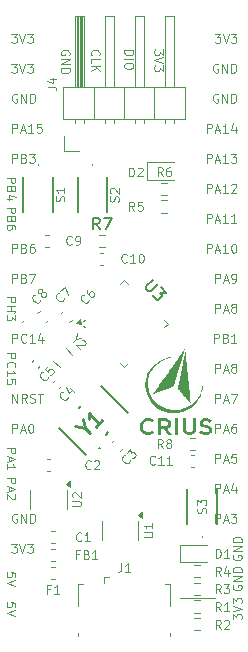
<source format=gbr>
%TF.GenerationSoftware,KiCad,Pcbnew,8.0.4*%
%TF.CreationDate,2025-08-17T23:08:21+02:00*%
%TF.ProjectId,stm32l432kcu6_eval,73746d33-326c-4343-9332-6b6375365f65,rev?*%
%TF.SameCoordinates,Original*%
%TF.FileFunction,Legend,Top*%
%TF.FilePolarity,Positive*%
%FSLAX46Y46*%
G04 Gerber Fmt 4.6, Leading zero omitted, Abs format (unit mm)*
G04 Created by KiCad (PCBNEW 8.0.4) date 2025-08-17 23:08:21*
%MOMM*%
%LPD*%
G01*
G04 APERTURE LIST*
%ADD10C,0.100000*%
%ADD11C,0.150000*%
%ADD12C,0.254000*%
%ADD13C,0.120000*%
%ADD14C,0.200000*%
%ADD15C,0.000000*%
G04 APERTURE END LIST*
D10*
X154707500Y-123220000D02*
X157667500Y-123220000D01*
X140789422Y-121447143D02*
X140789422Y-121090000D01*
X140789422Y-121090000D02*
X140432279Y-121054286D01*
X140432279Y-121054286D02*
X140467994Y-121090000D01*
X140467994Y-121090000D02*
X140503708Y-121161429D01*
X140503708Y-121161429D02*
X140503708Y-121340000D01*
X140503708Y-121340000D02*
X140467994Y-121411429D01*
X140467994Y-121411429D02*
X140432279Y-121447143D01*
X140432279Y-121447143D02*
X140360851Y-121482857D01*
X140360851Y-121482857D02*
X140182279Y-121482857D01*
X140182279Y-121482857D02*
X140110851Y-121447143D01*
X140110851Y-121447143D02*
X140075137Y-121411429D01*
X140075137Y-121411429D02*
X140039422Y-121340000D01*
X140039422Y-121340000D02*
X140039422Y-121161429D01*
X140039422Y-121161429D02*
X140075137Y-121090000D01*
X140075137Y-121090000D02*
X140110851Y-121054286D01*
X140789422Y-121697143D02*
X140039422Y-121947143D01*
X140039422Y-121947143D02*
X140789422Y-122197143D01*
X157007066Y-88911764D02*
X157007066Y-88161764D01*
X157007066Y-88161764D02*
X157292780Y-88161764D01*
X157292780Y-88161764D02*
X157364209Y-88197478D01*
X157364209Y-88197478D02*
X157399923Y-88233192D01*
X157399923Y-88233192D02*
X157435637Y-88304621D01*
X157435637Y-88304621D02*
X157435637Y-88411764D01*
X157435637Y-88411764D02*
X157399923Y-88483192D01*
X157399923Y-88483192D02*
X157364209Y-88518907D01*
X157364209Y-88518907D02*
X157292780Y-88554621D01*
X157292780Y-88554621D02*
X157007066Y-88554621D01*
X157721352Y-88697478D02*
X158078495Y-88697478D01*
X157649923Y-88911764D02*
X157899923Y-88161764D01*
X157899923Y-88161764D02*
X158149923Y-88911764D01*
X158792780Y-88911764D02*
X158364209Y-88911764D01*
X158578494Y-88911764D02*
X158578494Y-88161764D01*
X158578494Y-88161764D02*
X158507066Y-88268907D01*
X158507066Y-88268907D02*
X158435637Y-88340335D01*
X158435637Y-88340335D02*
X158364209Y-88376050D01*
X159078495Y-88233192D02*
X159114209Y-88197478D01*
X159114209Y-88197478D02*
X159185638Y-88161764D01*
X159185638Y-88161764D02*
X159364209Y-88161764D01*
X159364209Y-88161764D02*
X159435638Y-88197478D01*
X159435638Y-88197478D02*
X159471352Y-88233192D01*
X159471352Y-88233192D02*
X159507066Y-88304621D01*
X159507066Y-88304621D02*
X159507066Y-88376050D01*
X159507066Y-88376050D02*
X159471352Y-88483192D01*
X159471352Y-88483192D02*
X159042780Y-88911764D01*
X159042780Y-88911764D02*
X159507066Y-88911764D01*
X140528647Y-83831764D02*
X140528647Y-83081764D01*
X140528647Y-83081764D02*
X140814361Y-83081764D01*
X140814361Y-83081764D02*
X140885790Y-83117478D01*
X140885790Y-83117478D02*
X140921504Y-83153192D01*
X140921504Y-83153192D02*
X140957218Y-83224621D01*
X140957218Y-83224621D02*
X140957218Y-83331764D01*
X140957218Y-83331764D02*
X140921504Y-83403192D01*
X140921504Y-83403192D02*
X140885790Y-83438907D01*
X140885790Y-83438907D02*
X140814361Y-83474621D01*
X140814361Y-83474621D02*
X140528647Y-83474621D01*
X141242933Y-83617478D02*
X141600076Y-83617478D01*
X141171504Y-83831764D02*
X141421504Y-83081764D01*
X141421504Y-83081764D02*
X141671504Y-83831764D01*
X142314361Y-83831764D02*
X141885790Y-83831764D01*
X142100075Y-83831764D02*
X142100075Y-83081764D01*
X142100075Y-83081764D02*
X142028647Y-83188907D01*
X142028647Y-83188907D02*
X141957218Y-83260335D01*
X141957218Y-83260335D02*
X141885790Y-83296050D01*
X142992933Y-83081764D02*
X142635790Y-83081764D01*
X142635790Y-83081764D02*
X142600076Y-83438907D01*
X142600076Y-83438907D02*
X142635790Y-83403192D01*
X142635790Y-83403192D02*
X142707219Y-83367478D01*
X142707219Y-83367478D02*
X142885790Y-83367478D01*
X142885790Y-83367478D02*
X142957219Y-83403192D01*
X142957219Y-83403192D02*
X142992933Y-83438907D01*
X142992933Y-83438907D02*
X143028647Y-83510335D01*
X143028647Y-83510335D02*
X143028647Y-83688907D01*
X143028647Y-83688907D02*
X142992933Y-83760335D01*
X142992933Y-83760335D02*
X142957219Y-83796050D01*
X142957219Y-83796050D02*
X142885790Y-83831764D01*
X142885790Y-83831764D02*
X142707219Y-83831764D01*
X142707219Y-83831764D02*
X142635790Y-83796050D01*
X142635790Y-83796050D02*
X142600076Y-83760335D01*
X157935638Y-80577478D02*
X157864210Y-80541764D01*
X157864210Y-80541764D02*
X157757067Y-80541764D01*
X157757067Y-80541764D02*
X157649924Y-80577478D01*
X157649924Y-80577478D02*
X157578495Y-80648907D01*
X157578495Y-80648907D02*
X157542781Y-80720335D01*
X157542781Y-80720335D02*
X157507067Y-80863192D01*
X157507067Y-80863192D02*
X157507067Y-80970335D01*
X157507067Y-80970335D02*
X157542781Y-81113192D01*
X157542781Y-81113192D02*
X157578495Y-81184621D01*
X157578495Y-81184621D02*
X157649924Y-81256050D01*
X157649924Y-81256050D02*
X157757067Y-81291764D01*
X157757067Y-81291764D02*
X157828495Y-81291764D01*
X157828495Y-81291764D02*
X157935638Y-81256050D01*
X157935638Y-81256050D02*
X157971352Y-81220335D01*
X157971352Y-81220335D02*
X157971352Y-80970335D01*
X157971352Y-80970335D02*
X157828495Y-80970335D01*
X158292781Y-81291764D02*
X158292781Y-80541764D01*
X158292781Y-80541764D02*
X158721352Y-81291764D01*
X158721352Y-81291764D02*
X158721352Y-80541764D01*
X159078495Y-81291764D02*
X159078495Y-80541764D01*
X159078495Y-80541764D02*
X159257066Y-80541764D01*
X159257066Y-80541764D02*
X159364209Y-80577478D01*
X159364209Y-80577478D02*
X159435638Y-80648907D01*
X159435638Y-80648907D02*
X159471352Y-80720335D01*
X159471352Y-80720335D02*
X159507066Y-80863192D01*
X159507066Y-80863192D02*
X159507066Y-80970335D01*
X159507066Y-80970335D02*
X159471352Y-81113192D01*
X159471352Y-81113192D02*
X159435638Y-81184621D01*
X159435638Y-81184621D02*
X159364209Y-81256050D01*
X159364209Y-81256050D02*
X159257066Y-81291764D01*
X159257066Y-81291764D02*
X159078495Y-81291764D01*
X140039422Y-87641428D02*
X140789422Y-87641428D01*
X140789422Y-87641428D02*
X140789422Y-87927142D01*
X140789422Y-87927142D02*
X140753708Y-87998571D01*
X140753708Y-87998571D02*
X140717994Y-88034285D01*
X140717994Y-88034285D02*
X140646565Y-88069999D01*
X140646565Y-88069999D02*
X140539422Y-88069999D01*
X140539422Y-88069999D02*
X140467994Y-88034285D01*
X140467994Y-88034285D02*
X140432279Y-87998571D01*
X140432279Y-87998571D02*
X140396565Y-87927142D01*
X140396565Y-87927142D02*
X140396565Y-87641428D01*
X140432279Y-88641428D02*
X140396565Y-88748571D01*
X140396565Y-88748571D02*
X140360851Y-88784285D01*
X140360851Y-88784285D02*
X140289422Y-88819999D01*
X140289422Y-88819999D02*
X140182279Y-88819999D01*
X140182279Y-88819999D02*
X140110851Y-88784285D01*
X140110851Y-88784285D02*
X140075137Y-88748571D01*
X140075137Y-88748571D02*
X140039422Y-88677142D01*
X140039422Y-88677142D02*
X140039422Y-88391428D01*
X140039422Y-88391428D02*
X140789422Y-88391428D01*
X140789422Y-88391428D02*
X140789422Y-88641428D01*
X140789422Y-88641428D02*
X140753708Y-88712857D01*
X140753708Y-88712857D02*
X140717994Y-88748571D01*
X140717994Y-88748571D02*
X140646565Y-88784285D01*
X140646565Y-88784285D02*
X140575137Y-88784285D01*
X140575137Y-88784285D02*
X140503708Y-88748571D01*
X140503708Y-88748571D02*
X140467994Y-88712857D01*
X140467994Y-88712857D02*
X140432279Y-88641428D01*
X140432279Y-88641428D02*
X140432279Y-88391428D01*
X140539422Y-89462857D02*
X140039422Y-89462857D01*
X140825137Y-89284285D02*
X140289422Y-89105714D01*
X140289422Y-89105714D02*
X140289422Y-89569999D01*
X140789422Y-123987143D02*
X140789422Y-123630000D01*
X140789422Y-123630000D02*
X140432279Y-123594286D01*
X140432279Y-123594286D02*
X140467994Y-123630000D01*
X140467994Y-123630000D02*
X140503708Y-123701429D01*
X140503708Y-123701429D02*
X140503708Y-123880000D01*
X140503708Y-123880000D02*
X140467994Y-123951429D01*
X140467994Y-123951429D02*
X140432279Y-123987143D01*
X140432279Y-123987143D02*
X140360851Y-124022857D01*
X140360851Y-124022857D02*
X140182279Y-124022857D01*
X140182279Y-124022857D02*
X140110851Y-123987143D01*
X140110851Y-123987143D02*
X140075137Y-123951429D01*
X140075137Y-123951429D02*
X140039422Y-123880000D01*
X140039422Y-123880000D02*
X140039422Y-123701429D01*
X140039422Y-123701429D02*
X140075137Y-123630000D01*
X140075137Y-123630000D02*
X140110851Y-123594286D01*
X140789422Y-124237143D02*
X140039422Y-124487143D01*
X140039422Y-124487143D02*
X140789422Y-124737143D01*
X150008277Y-76867857D02*
X150758277Y-76867857D01*
X150758277Y-76867857D02*
X150758277Y-77046428D01*
X150758277Y-77046428D02*
X150722563Y-77153571D01*
X150722563Y-77153571D02*
X150651134Y-77225000D01*
X150651134Y-77225000D02*
X150579706Y-77260714D01*
X150579706Y-77260714D02*
X150436849Y-77296428D01*
X150436849Y-77296428D02*
X150329706Y-77296428D01*
X150329706Y-77296428D02*
X150186849Y-77260714D01*
X150186849Y-77260714D02*
X150115420Y-77225000D01*
X150115420Y-77225000D02*
X150043992Y-77153571D01*
X150043992Y-77153571D02*
X150008277Y-77046428D01*
X150008277Y-77046428D02*
X150008277Y-76867857D01*
X150008277Y-77617857D02*
X150758277Y-77617857D01*
X150758277Y-78117857D02*
X150758277Y-78260714D01*
X150758277Y-78260714D02*
X150722563Y-78332143D01*
X150722563Y-78332143D02*
X150651134Y-78403571D01*
X150651134Y-78403571D02*
X150508277Y-78439286D01*
X150508277Y-78439286D02*
X150258277Y-78439286D01*
X150258277Y-78439286D02*
X150115420Y-78403571D01*
X150115420Y-78403571D02*
X150043992Y-78332143D01*
X150043992Y-78332143D02*
X150008277Y-78260714D01*
X150008277Y-78260714D02*
X150008277Y-78117857D01*
X150008277Y-78117857D02*
X150043992Y-78046429D01*
X150043992Y-78046429D02*
X150115420Y-77975000D01*
X150115420Y-77975000D02*
X150258277Y-77939286D01*
X150258277Y-77939286D02*
X150508277Y-77939286D01*
X150508277Y-77939286D02*
X150651134Y-77975000D01*
X150651134Y-77975000D02*
X150722563Y-78046429D01*
X150722563Y-78046429D02*
X150758277Y-78117857D01*
X140039422Y-113095000D02*
X140789422Y-113095000D01*
X140789422Y-113095000D02*
X140789422Y-113380714D01*
X140789422Y-113380714D02*
X140753708Y-113452143D01*
X140753708Y-113452143D02*
X140717994Y-113487857D01*
X140717994Y-113487857D02*
X140646565Y-113523571D01*
X140646565Y-113523571D02*
X140539422Y-113523571D01*
X140539422Y-113523571D02*
X140467994Y-113487857D01*
X140467994Y-113487857D02*
X140432279Y-113452143D01*
X140432279Y-113452143D02*
X140396565Y-113380714D01*
X140396565Y-113380714D02*
X140396565Y-113095000D01*
X140253708Y-113809286D02*
X140253708Y-114166429D01*
X140039422Y-113737857D02*
X140789422Y-113987857D01*
X140789422Y-113987857D02*
X140039422Y-114237857D01*
X140717994Y-114452143D02*
X140753708Y-114487857D01*
X140753708Y-114487857D02*
X140789422Y-114559286D01*
X140789422Y-114559286D02*
X140789422Y-114737857D01*
X140789422Y-114737857D02*
X140753708Y-114809286D01*
X140753708Y-114809286D02*
X140717994Y-114845000D01*
X140717994Y-114845000D02*
X140646565Y-114880714D01*
X140646565Y-114880714D02*
X140575137Y-114880714D01*
X140575137Y-114880714D02*
X140467994Y-114845000D01*
X140467994Y-114845000D02*
X140039422Y-114416428D01*
X140039422Y-114416428D02*
X140039422Y-114880714D01*
X159210577Y-125058571D02*
X159210577Y-124594285D01*
X159210577Y-124594285D02*
X159496291Y-124844285D01*
X159496291Y-124844285D02*
X159496291Y-124737142D01*
X159496291Y-124737142D02*
X159532005Y-124665714D01*
X159532005Y-124665714D02*
X159567720Y-124629999D01*
X159567720Y-124629999D02*
X159639148Y-124594285D01*
X159639148Y-124594285D02*
X159817720Y-124594285D01*
X159817720Y-124594285D02*
X159889148Y-124629999D01*
X159889148Y-124629999D02*
X159924863Y-124665714D01*
X159924863Y-124665714D02*
X159960577Y-124737142D01*
X159960577Y-124737142D02*
X159960577Y-124951428D01*
X159960577Y-124951428D02*
X159924863Y-125022856D01*
X159924863Y-125022856D02*
X159889148Y-125058571D01*
X159210577Y-124379999D02*
X159960577Y-124129999D01*
X159960577Y-124129999D02*
X159210577Y-123879999D01*
X159210577Y-123701428D02*
X159210577Y-123237142D01*
X159210577Y-123237142D02*
X159496291Y-123487142D01*
X159496291Y-123487142D02*
X159496291Y-123379999D01*
X159496291Y-123379999D02*
X159532005Y-123308571D01*
X159532005Y-123308571D02*
X159567720Y-123272856D01*
X159567720Y-123272856D02*
X159639148Y-123237142D01*
X159639148Y-123237142D02*
X159817720Y-123237142D01*
X159817720Y-123237142D02*
X159889148Y-123272856D01*
X159889148Y-123272856D02*
X159924863Y-123308571D01*
X159924863Y-123308571D02*
X159960577Y-123379999D01*
X159960577Y-123379999D02*
X159960577Y-123594285D01*
X159960577Y-123594285D02*
X159924863Y-123665713D01*
X159924863Y-123665713D02*
X159889148Y-123701428D01*
X140039422Y-97783571D02*
X140789422Y-97783571D01*
X140789422Y-97783571D02*
X140789422Y-98069285D01*
X140789422Y-98069285D02*
X140753708Y-98140714D01*
X140753708Y-98140714D02*
X140717994Y-98176428D01*
X140717994Y-98176428D02*
X140646565Y-98212142D01*
X140646565Y-98212142D02*
X140539422Y-98212142D01*
X140539422Y-98212142D02*
X140467994Y-98176428D01*
X140467994Y-98176428D02*
X140432279Y-98140714D01*
X140432279Y-98140714D02*
X140396565Y-98069285D01*
X140396565Y-98069285D02*
X140396565Y-97783571D01*
X140039422Y-98533571D02*
X140789422Y-98533571D01*
X140432279Y-98533571D02*
X140432279Y-98962142D01*
X140039422Y-98962142D02*
X140789422Y-98962142D01*
X140789422Y-99247856D02*
X140789422Y-99712142D01*
X140789422Y-99712142D02*
X140503708Y-99462142D01*
X140503708Y-99462142D02*
X140503708Y-99569285D01*
X140503708Y-99569285D02*
X140467994Y-99640714D01*
X140467994Y-99640714D02*
X140432279Y-99676428D01*
X140432279Y-99676428D02*
X140360851Y-99712142D01*
X140360851Y-99712142D02*
X140182279Y-99712142D01*
X140182279Y-99712142D02*
X140110851Y-99676428D01*
X140110851Y-99676428D02*
X140075137Y-99640714D01*
X140075137Y-99640714D02*
X140039422Y-99569285D01*
X140039422Y-99569285D02*
X140039422Y-99354999D01*
X140039422Y-99354999D02*
X140075137Y-99283571D01*
X140075137Y-99283571D02*
X140110851Y-99247856D01*
X140457218Y-78001764D02*
X140921504Y-78001764D01*
X140921504Y-78001764D02*
X140671504Y-78287478D01*
X140671504Y-78287478D02*
X140778647Y-78287478D01*
X140778647Y-78287478D02*
X140850076Y-78323192D01*
X140850076Y-78323192D02*
X140885790Y-78358907D01*
X140885790Y-78358907D02*
X140921504Y-78430335D01*
X140921504Y-78430335D02*
X140921504Y-78608907D01*
X140921504Y-78608907D02*
X140885790Y-78680335D01*
X140885790Y-78680335D02*
X140850076Y-78716050D01*
X140850076Y-78716050D02*
X140778647Y-78751764D01*
X140778647Y-78751764D02*
X140564361Y-78751764D01*
X140564361Y-78751764D02*
X140492933Y-78716050D01*
X140492933Y-78716050D02*
X140457218Y-78680335D01*
X141135790Y-78001764D02*
X141385790Y-78751764D01*
X141385790Y-78751764D02*
X141635790Y-78001764D01*
X141814361Y-78001764D02*
X142278647Y-78001764D01*
X142278647Y-78001764D02*
X142028647Y-78287478D01*
X142028647Y-78287478D02*
X142135790Y-78287478D01*
X142135790Y-78287478D02*
X142207219Y-78323192D01*
X142207219Y-78323192D02*
X142242933Y-78358907D01*
X142242933Y-78358907D02*
X142278647Y-78430335D01*
X142278647Y-78430335D02*
X142278647Y-78608907D01*
X142278647Y-78608907D02*
X142242933Y-78680335D01*
X142242933Y-78680335D02*
X142207219Y-78716050D01*
X142207219Y-78716050D02*
X142135790Y-78751764D01*
X142135790Y-78751764D02*
X141921504Y-78751764D01*
X141921504Y-78751764D02*
X141850076Y-78716050D01*
X141850076Y-78716050D02*
X141814361Y-78680335D01*
X157614209Y-101611764D02*
X157614209Y-100861764D01*
X157614209Y-100861764D02*
X157899923Y-100861764D01*
X157899923Y-100861764D02*
X157971352Y-100897478D01*
X157971352Y-100897478D02*
X158007066Y-100933192D01*
X158007066Y-100933192D02*
X158042780Y-101004621D01*
X158042780Y-101004621D02*
X158042780Y-101111764D01*
X158042780Y-101111764D02*
X158007066Y-101183192D01*
X158007066Y-101183192D02*
X157971352Y-101218907D01*
X157971352Y-101218907D02*
X157899923Y-101254621D01*
X157899923Y-101254621D02*
X157614209Y-101254621D01*
X158614209Y-101218907D02*
X158721352Y-101254621D01*
X158721352Y-101254621D02*
X158757066Y-101290335D01*
X158757066Y-101290335D02*
X158792780Y-101361764D01*
X158792780Y-101361764D02*
X158792780Y-101468907D01*
X158792780Y-101468907D02*
X158757066Y-101540335D01*
X158757066Y-101540335D02*
X158721352Y-101576050D01*
X158721352Y-101576050D02*
X158649923Y-101611764D01*
X158649923Y-101611764D02*
X158364209Y-101611764D01*
X158364209Y-101611764D02*
X158364209Y-100861764D01*
X158364209Y-100861764D02*
X158614209Y-100861764D01*
X158614209Y-100861764D02*
X158685638Y-100897478D01*
X158685638Y-100897478D02*
X158721352Y-100933192D01*
X158721352Y-100933192D02*
X158757066Y-101004621D01*
X158757066Y-101004621D02*
X158757066Y-101076050D01*
X158757066Y-101076050D02*
X158721352Y-101147478D01*
X158721352Y-101147478D02*
X158685638Y-101183192D01*
X158685638Y-101183192D02*
X158614209Y-101218907D01*
X158614209Y-101218907D02*
X158364209Y-101218907D01*
X159507066Y-101611764D02*
X159078495Y-101611764D01*
X159292780Y-101611764D02*
X159292780Y-100861764D01*
X159292780Y-100861764D02*
X159221352Y-100968907D01*
X159221352Y-100968907D02*
X159149923Y-101040335D01*
X159149923Y-101040335D02*
X159078495Y-101076050D01*
X140457218Y-118641764D02*
X140921504Y-118641764D01*
X140921504Y-118641764D02*
X140671504Y-118927478D01*
X140671504Y-118927478D02*
X140778647Y-118927478D01*
X140778647Y-118927478D02*
X140850076Y-118963192D01*
X140850076Y-118963192D02*
X140885790Y-118998907D01*
X140885790Y-118998907D02*
X140921504Y-119070335D01*
X140921504Y-119070335D02*
X140921504Y-119248907D01*
X140921504Y-119248907D02*
X140885790Y-119320335D01*
X140885790Y-119320335D02*
X140850076Y-119356050D01*
X140850076Y-119356050D02*
X140778647Y-119391764D01*
X140778647Y-119391764D02*
X140564361Y-119391764D01*
X140564361Y-119391764D02*
X140492933Y-119356050D01*
X140492933Y-119356050D02*
X140457218Y-119320335D01*
X141135790Y-118641764D02*
X141385790Y-119391764D01*
X141385790Y-119391764D02*
X141635790Y-118641764D01*
X141814361Y-118641764D02*
X142278647Y-118641764D01*
X142278647Y-118641764D02*
X142028647Y-118927478D01*
X142028647Y-118927478D02*
X142135790Y-118927478D01*
X142135790Y-118927478D02*
X142207219Y-118963192D01*
X142207219Y-118963192D02*
X142242933Y-118998907D01*
X142242933Y-118998907D02*
X142278647Y-119070335D01*
X142278647Y-119070335D02*
X142278647Y-119248907D01*
X142278647Y-119248907D02*
X142242933Y-119320335D01*
X142242933Y-119320335D02*
X142207219Y-119356050D01*
X142207219Y-119356050D02*
X142135790Y-119391764D01*
X142135790Y-119391764D02*
X141921504Y-119391764D01*
X141921504Y-119391764D02*
X141850076Y-119356050D01*
X141850076Y-119356050D02*
X141814361Y-119320335D01*
X157007066Y-86371764D02*
X157007066Y-85621764D01*
X157007066Y-85621764D02*
X157292780Y-85621764D01*
X157292780Y-85621764D02*
X157364209Y-85657478D01*
X157364209Y-85657478D02*
X157399923Y-85693192D01*
X157399923Y-85693192D02*
X157435637Y-85764621D01*
X157435637Y-85764621D02*
X157435637Y-85871764D01*
X157435637Y-85871764D02*
X157399923Y-85943192D01*
X157399923Y-85943192D02*
X157364209Y-85978907D01*
X157364209Y-85978907D02*
X157292780Y-86014621D01*
X157292780Y-86014621D02*
X157007066Y-86014621D01*
X157721352Y-86157478D02*
X158078495Y-86157478D01*
X157649923Y-86371764D02*
X157899923Y-85621764D01*
X157899923Y-85621764D02*
X158149923Y-86371764D01*
X158792780Y-86371764D02*
X158364209Y-86371764D01*
X158578494Y-86371764D02*
X158578494Y-85621764D01*
X158578494Y-85621764D02*
X158507066Y-85728907D01*
X158507066Y-85728907D02*
X158435637Y-85800335D01*
X158435637Y-85800335D02*
X158364209Y-85836050D01*
X159042780Y-85621764D02*
X159507066Y-85621764D01*
X159507066Y-85621764D02*
X159257066Y-85907478D01*
X159257066Y-85907478D02*
X159364209Y-85907478D01*
X159364209Y-85907478D02*
X159435638Y-85943192D01*
X159435638Y-85943192D02*
X159471352Y-85978907D01*
X159471352Y-85978907D02*
X159507066Y-86050335D01*
X159507066Y-86050335D02*
X159507066Y-86228907D01*
X159507066Y-86228907D02*
X159471352Y-86300335D01*
X159471352Y-86300335D02*
X159435638Y-86336050D01*
X159435638Y-86336050D02*
X159364209Y-86371764D01*
X159364209Y-86371764D02*
X159149923Y-86371764D01*
X159149923Y-86371764D02*
X159078495Y-86336050D01*
X159078495Y-86336050D02*
X159042780Y-86300335D01*
X157007066Y-83831764D02*
X157007066Y-83081764D01*
X157007066Y-83081764D02*
X157292780Y-83081764D01*
X157292780Y-83081764D02*
X157364209Y-83117478D01*
X157364209Y-83117478D02*
X157399923Y-83153192D01*
X157399923Y-83153192D02*
X157435637Y-83224621D01*
X157435637Y-83224621D02*
X157435637Y-83331764D01*
X157435637Y-83331764D02*
X157399923Y-83403192D01*
X157399923Y-83403192D02*
X157364209Y-83438907D01*
X157364209Y-83438907D02*
X157292780Y-83474621D01*
X157292780Y-83474621D02*
X157007066Y-83474621D01*
X157721352Y-83617478D02*
X158078495Y-83617478D01*
X157649923Y-83831764D02*
X157899923Y-83081764D01*
X157899923Y-83081764D02*
X158149923Y-83831764D01*
X158792780Y-83831764D02*
X158364209Y-83831764D01*
X158578494Y-83831764D02*
X158578494Y-83081764D01*
X158578494Y-83081764D02*
X158507066Y-83188907D01*
X158507066Y-83188907D02*
X158435637Y-83260335D01*
X158435637Y-83260335D02*
X158364209Y-83296050D01*
X159435638Y-83331764D02*
X159435638Y-83831764D01*
X159257066Y-83046050D02*
X159078495Y-83581764D01*
X159078495Y-83581764D02*
X159542780Y-83581764D01*
X147252206Y-77296428D02*
X147216492Y-77260714D01*
X147216492Y-77260714D02*
X147180777Y-77153571D01*
X147180777Y-77153571D02*
X147180777Y-77082143D01*
X147180777Y-77082143D02*
X147216492Y-76975000D01*
X147216492Y-76975000D02*
X147287920Y-76903571D01*
X147287920Y-76903571D02*
X147359349Y-76867857D01*
X147359349Y-76867857D02*
X147502206Y-76832143D01*
X147502206Y-76832143D02*
X147609349Y-76832143D01*
X147609349Y-76832143D02*
X147752206Y-76867857D01*
X147752206Y-76867857D02*
X147823634Y-76903571D01*
X147823634Y-76903571D02*
X147895063Y-76975000D01*
X147895063Y-76975000D02*
X147930777Y-77082143D01*
X147930777Y-77082143D02*
X147930777Y-77153571D01*
X147930777Y-77153571D02*
X147895063Y-77260714D01*
X147895063Y-77260714D02*
X147859349Y-77296428D01*
X147180777Y-77975000D02*
X147180777Y-77617857D01*
X147180777Y-77617857D02*
X147930777Y-77617857D01*
X147180777Y-78225000D02*
X147930777Y-78225000D01*
X147180777Y-78653571D02*
X147609349Y-78332143D01*
X147930777Y-78653571D02*
X147502206Y-78225000D01*
X157721352Y-106691764D02*
X157721352Y-105941764D01*
X157721352Y-105941764D02*
X158007066Y-105941764D01*
X158007066Y-105941764D02*
X158078495Y-105977478D01*
X158078495Y-105977478D02*
X158114209Y-106013192D01*
X158114209Y-106013192D02*
X158149923Y-106084621D01*
X158149923Y-106084621D02*
X158149923Y-106191764D01*
X158149923Y-106191764D02*
X158114209Y-106263192D01*
X158114209Y-106263192D02*
X158078495Y-106298907D01*
X158078495Y-106298907D02*
X158007066Y-106334621D01*
X158007066Y-106334621D02*
X157721352Y-106334621D01*
X158435638Y-106477478D02*
X158792781Y-106477478D01*
X158364209Y-106691764D02*
X158614209Y-105941764D01*
X158614209Y-105941764D02*
X158864209Y-106691764D01*
X159042780Y-105941764D02*
X159542780Y-105941764D01*
X159542780Y-105941764D02*
X159221352Y-106691764D01*
X140039422Y-110555000D02*
X140789422Y-110555000D01*
X140789422Y-110555000D02*
X140789422Y-110840714D01*
X140789422Y-110840714D02*
X140753708Y-110912143D01*
X140753708Y-110912143D02*
X140717994Y-110947857D01*
X140717994Y-110947857D02*
X140646565Y-110983571D01*
X140646565Y-110983571D02*
X140539422Y-110983571D01*
X140539422Y-110983571D02*
X140467994Y-110947857D01*
X140467994Y-110947857D02*
X140432279Y-110912143D01*
X140432279Y-110912143D02*
X140396565Y-110840714D01*
X140396565Y-110840714D02*
X140396565Y-110555000D01*
X140253708Y-111269286D02*
X140253708Y-111626429D01*
X140039422Y-111197857D02*
X140789422Y-111447857D01*
X140789422Y-111447857D02*
X140039422Y-111697857D01*
X140039422Y-112340714D02*
X140039422Y-111912143D01*
X140039422Y-112126428D02*
X140789422Y-112126428D01*
X140789422Y-112126428D02*
X140682279Y-112055000D01*
X140682279Y-112055000D02*
X140610851Y-111983571D01*
X140610851Y-111983571D02*
X140575137Y-111912143D01*
X157721352Y-111771764D02*
X157721352Y-111021764D01*
X157721352Y-111021764D02*
X158007066Y-111021764D01*
X158007066Y-111021764D02*
X158078495Y-111057478D01*
X158078495Y-111057478D02*
X158114209Y-111093192D01*
X158114209Y-111093192D02*
X158149923Y-111164621D01*
X158149923Y-111164621D02*
X158149923Y-111271764D01*
X158149923Y-111271764D02*
X158114209Y-111343192D01*
X158114209Y-111343192D02*
X158078495Y-111378907D01*
X158078495Y-111378907D02*
X158007066Y-111414621D01*
X158007066Y-111414621D02*
X157721352Y-111414621D01*
X158435638Y-111557478D02*
X158792781Y-111557478D01*
X158364209Y-111771764D02*
X158614209Y-111021764D01*
X158614209Y-111021764D02*
X158864209Y-111771764D01*
X159471352Y-111021764D02*
X159114209Y-111021764D01*
X159114209Y-111021764D02*
X159078495Y-111378907D01*
X159078495Y-111378907D02*
X159114209Y-111343192D01*
X159114209Y-111343192D02*
X159185638Y-111307478D01*
X159185638Y-111307478D02*
X159364209Y-111307478D01*
X159364209Y-111307478D02*
X159435638Y-111343192D01*
X159435638Y-111343192D02*
X159471352Y-111378907D01*
X159471352Y-111378907D02*
X159507066Y-111450335D01*
X159507066Y-111450335D02*
X159507066Y-111628907D01*
X159507066Y-111628907D02*
X159471352Y-111700335D01*
X159471352Y-111700335D02*
X159435638Y-111736050D01*
X159435638Y-111736050D02*
X159364209Y-111771764D01*
X159364209Y-111771764D02*
X159185638Y-111771764D01*
X159185638Y-111771764D02*
X159114209Y-111736050D01*
X159114209Y-111736050D02*
X159078495Y-111700335D01*
X145355063Y-77260714D02*
X145390777Y-77189286D01*
X145390777Y-77189286D02*
X145390777Y-77082143D01*
X145390777Y-77082143D02*
X145355063Y-76975000D01*
X145355063Y-76975000D02*
X145283634Y-76903571D01*
X145283634Y-76903571D02*
X145212206Y-76867857D01*
X145212206Y-76867857D02*
X145069349Y-76832143D01*
X145069349Y-76832143D02*
X144962206Y-76832143D01*
X144962206Y-76832143D02*
X144819349Y-76867857D01*
X144819349Y-76867857D02*
X144747920Y-76903571D01*
X144747920Y-76903571D02*
X144676492Y-76975000D01*
X144676492Y-76975000D02*
X144640777Y-77082143D01*
X144640777Y-77082143D02*
X144640777Y-77153571D01*
X144640777Y-77153571D02*
X144676492Y-77260714D01*
X144676492Y-77260714D02*
X144712206Y-77296428D01*
X144712206Y-77296428D02*
X144962206Y-77296428D01*
X144962206Y-77296428D02*
X144962206Y-77153571D01*
X144640777Y-77617857D02*
X145390777Y-77617857D01*
X145390777Y-77617857D02*
X144640777Y-78046428D01*
X144640777Y-78046428D02*
X145390777Y-78046428D01*
X144640777Y-78403571D02*
X145390777Y-78403571D01*
X145390777Y-78403571D02*
X145390777Y-78582142D01*
X145390777Y-78582142D02*
X145355063Y-78689285D01*
X145355063Y-78689285D02*
X145283634Y-78760714D01*
X145283634Y-78760714D02*
X145212206Y-78796428D01*
X145212206Y-78796428D02*
X145069349Y-78832142D01*
X145069349Y-78832142D02*
X144962206Y-78832142D01*
X144962206Y-78832142D02*
X144819349Y-78796428D01*
X144819349Y-78796428D02*
X144747920Y-78760714D01*
X144747920Y-78760714D02*
X144676492Y-78689285D01*
X144676492Y-78689285D02*
X144640777Y-78582142D01*
X144640777Y-78582142D02*
X144640777Y-78403571D01*
X140528647Y-106691764D02*
X140528647Y-105941764D01*
X140528647Y-105941764D02*
X140957218Y-106691764D01*
X140957218Y-106691764D02*
X140957218Y-105941764D01*
X141742932Y-106691764D02*
X141492932Y-106334621D01*
X141314361Y-106691764D02*
X141314361Y-105941764D01*
X141314361Y-105941764D02*
X141600075Y-105941764D01*
X141600075Y-105941764D02*
X141671504Y-105977478D01*
X141671504Y-105977478D02*
X141707218Y-106013192D01*
X141707218Y-106013192D02*
X141742932Y-106084621D01*
X141742932Y-106084621D02*
X141742932Y-106191764D01*
X141742932Y-106191764D02*
X141707218Y-106263192D01*
X141707218Y-106263192D02*
X141671504Y-106298907D01*
X141671504Y-106298907D02*
X141600075Y-106334621D01*
X141600075Y-106334621D02*
X141314361Y-106334621D01*
X142028647Y-106656050D02*
X142135790Y-106691764D01*
X142135790Y-106691764D02*
X142314361Y-106691764D01*
X142314361Y-106691764D02*
X142385790Y-106656050D01*
X142385790Y-106656050D02*
X142421504Y-106620335D01*
X142421504Y-106620335D02*
X142457218Y-106548907D01*
X142457218Y-106548907D02*
X142457218Y-106477478D01*
X142457218Y-106477478D02*
X142421504Y-106406050D01*
X142421504Y-106406050D02*
X142385790Y-106370335D01*
X142385790Y-106370335D02*
X142314361Y-106334621D01*
X142314361Y-106334621D02*
X142171504Y-106298907D01*
X142171504Y-106298907D02*
X142100075Y-106263192D01*
X142100075Y-106263192D02*
X142064361Y-106227478D01*
X142064361Y-106227478D02*
X142028647Y-106156050D01*
X142028647Y-106156050D02*
X142028647Y-106084621D01*
X142028647Y-106084621D02*
X142064361Y-106013192D01*
X142064361Y-106013192D02*
X142100075Y-105977478D01*
X142100075Y-105977478D02*
X142171504Y-105941764D01*
X142171504Y-105941764D02*
X142350075Y-105941764D01*
X142350075Y-105941764D02*
X142457218Y-105977478D01*
X142671504Y-105941764D02*
X143100076Y-105941764D01*
X142885790Y-106691764D02*
X142885790Y-105941764D01*
X157935638Y-78037478D02*
X157864210Y-78001764D01*
X157864210Y-78001764D02*
X157757067Y-78001764D01*
X157757067Y-78001764D02*
X157649924Y-78037478D01*
X157649924Y-78037478D02*
X157578495Y-78108907D01*
X157578495Y-78108907D02*
X157542781Y-78180335D01*
X157542781Y-78180335D02*
X157507067Y-78323192D01*
X157507067Y-78323192D02*
X157507067Y-78430335D01*
X157507067Y-78430335D02*
X157542781Y-78573192D01*
X157542781Y-78573192D02*
X157578495Y-78644621D01*
X157578495Y-78644621D02*
X157649924Y-78716050D01*
X157649924Y-78716050D02*
X157757067Y-78751764D01*
X157757067Y-78751764D02*
X157828495Y-78751764D01*
X157828495Y-78751764D02*
X157935638Y-78716050D01*
X157935638Y-78716050D02*
X157971352Y-78680335D01*
X157971352Y-78680335D02*
X157971352Y-78430335D01*
X157971352Y-78430335D02*
X157828495Y-78430335D01*
X158292781Y-78751764D02*
X158292781Y-78001764D01*
X158292781Y-78001764D02*
X158721352Y-78751764D01*
X158721352Y-78751764D02*
X158721352Y-78001764D01*
X159078495Y-78751764D02*
X159078495Y-78001764D01*
X159078495Y-78001764D02*
X159257066Y-78001764D01*
X159257066Y-78001764D02*
X159364209Y-78037478D01*
X159364209Y-78037478D02*
X159435638Y-78108907D01*
X159435638Y-78108907D02*
X159471352Y-78180335D01*
X159471352Y-78180335D02*
X159507066Y-78323192D01*
X159507066Y-78323192D02*
X159507066Y-78430335D01*
X159507066Y-78430335D02*
X159471352Y-78573192D01*
X159471352Y-78573192D02*
X159435638Y-78644621D01*
X159435638Y-78644621D02*
X159364209Y-78716050D01*
X159364209Y-78716050D02*
X159257066Y-78751764D01*
X159257066Y-78751764D02*
X159078495Y-78751764D01*
X157721352Y-96531764D02*
X157721352Y-95781764D01*
X157721352Y-95781764D02*
X158007066Y-95781764D01*
X158007066Y-95781764D02*
X158078495Y-95817478D01*
X158078495Y-95817478D02*
X158114209Y-95853192D01*
X158114209Y-95853192D02*
X158149923Y-95924621D01*
X158149923Y-95924621D02*
X158149923Y-96031764D01*
X158149923Y-96031764D02*
X158114209Y-96103192D01*
X158114209Y-96103192D02*
X158078495Y-96138907D01*
X158078495Y-96138907D02*
X158007066Y-96174621D01*
X158007066Y-96174621D02*
X157721352Y-96174621D01*
X158435638Y-96317478D02*
X158792781Y-96317478D01*
X158364209Y-96531764D02*
X158614209Y-95781764D01*
X158614209Y-95781764D02*
X158864209Y-96531764D01*
X159149923Y-96531764D02*
X159292780Y-96531764D01*
X159292780Y-96531764D02*
X159364209Y-96496050D01*
X159364209Y-96496050D02*
X159399923Y-96460335D01*
X159399923Y-96460335D02*
X159471352Y-96353192D01*
X159471352Y-96353192D02*
X159507066Y-96210335D01*
X159507066Y-96210335D02*
X159507066Y-95924621D01*
X159507066Y-95924621D02*
X159471352Y-95853192D01*
X159471352Y-95853192D02*
X159435638Y-95817478D01*
X159435638Y-95817478D02*
X159364209Y-95781764D01*
X159364209Y-95781764D02*
X159221352Y-95781764D01*
X159221352Y-95781764D02*
X159149923Y-95817478D01*
X159149923Y-95817478D02*
X159114209Y-95853192D01*
X159114209Y-95853192D02*
X159078495Y-95924621D01*
X159078495Y-95924621D02*
X159078495Y-96103192D01*
X159078495Y-96103192D02*
X159114209Y-96174621D01*
X159114209Y-96174621D02*
X159149923Y-96210335D01*
X159149923Y-96210335D02*
X159221352Y-96246050D01*
X159221352Y-96246050D02*
X159364209Y-96246050D01*
X159364209Y-96246050D02*
X159435638Y-96210335D01*
X159435638Y-96210335D02*
X159471352Y-96174621D01*
X159471352Y-96174621D02*
X159507066Y-96103192D01*
X159246291Y-119621428D02*
X159210577Y-119692857D01*
X159210577Y-119692857D02*
X159210577Y-119799999D01*
X159210577Y-119799999D02*
X159246291Y-119907142D01*
X159246291Y-119907142D02*
X159317720Y-119978571D01*
X159317720Y-119978571D02*
X159389148Y-120014285D01*
X159389148Y-120014285D02*
X159532005Y-120049999D01*
X159532005Y-120049999D02*
X159639148Y-120049999D01*
X159639148Y-120049999D02*
X159782005Y-120014285D01*
X159782005Y-120014285D02*
X159853434Y-119978571D01*
X159853434Y-119978571D02*
X159924863Y-119907142D01*
X159924863Y-119907142D02*
X159960577Y-119799999D01*
X159960577Y-119799999D02*
X159960577Y-119728571D01*
X159960577Y-119728571D02*
X159924863Y-119621428D01*
X159924863Y-119621428D02*
X159889148Y-119585714D01*
X159889148Y-119585714D02*
X159639148Y-119585714D01*
X159639148Y-119585714D02*
X159639148Y-119728571D01*
X159960577Y-119264285D02*
X159210577Y-119264285D01*
X159210577Y-119264285D02*
X159960577Y-118835714D01*
X159960577Y-118835714D02*
X159210577Y-118835714D01*
X159960577Y-118478571D02*
X159210577Y-118478571D01*
X159210577Y-118478571D02*
X159210577Y-118300000D01*
X159210577Y-118300000D02*
X159246291Y-118192857D01*
X159246291Y-118192857D02*
X159317720Y-118121428D01*
X159317720Y-118121428D02*
X159389148Y-118085714D01*
X159389148Y-118085714D02*
X159532005Y-118050000D01*
X159532005Y-118050000D02*
X159639148Y-118050000D01*
X159639148Y-118050000D02*
X159782005Y-118085714D01*
X159782005Y-118085714D02*
X159853434Y-118121428D01*
X159853434Y-118121428D02*
X159924863Y-118192857D01*
X159924863Y-118192857D02*
X159960577Y-118300000D01*
X159960577Y-118300000D02*
X159960577Y-118478571D01*
X157007066Y-93991764D02*
X157007066Y-93241764D01*
X157007066Y-93241764D02*
X157292780Y-93241764D01*
X157292780Y-93241764D02*
X157364209Y-93277478D01*
X157364209Y-93277478D02*
X157399923Y-93313192D01*
X157399923Y-93313192D02*
X157435637Y-93384621D01*
X157435637Y-93384621D02*
X157435637Y-93491764D01*
X157435637Y-93491764D02*
X157399923Y-93563192D01*
X157399923Y-93563192D02*
X157364209Y-93598907D01*
X157364209Y-93598907D02*
X157292780Y-93634621D01*
X157292780Y-93634621D02*
X157007066Y-93634621D01*
X157721352Y-93777478D02*
X158078495Y-93777478D01*
X157649923Y-93991764D02*
X157899923Y-93241764D01*
X157899923Y-93241764D02*
X158149923Y-93991764D01*
X158792780Y-93991764D02*
X158364209Y-93991764D01*
X158578494Y-93991764D02*
X158578494Y-93241764D01*
X158578494Y-93241764D02*
X158507066Y-93348907D01*
X158507066Y-93348907D02*
X158435637Y-93420335D01*
X158435637Y-93420335D02*
X158364209Y-93456050D01*
X159257066Y-93241764D02*
X159328495Y-93241764D01*
X159328495Y-93241764D02*
X159399923Y-93277478D01*
X159399923Y-93277478D02*
X159435638Y-93313192D01*
X159435638Y-93313192D02*
X159471352Y-93384621D01*
X159471352Y-93384621D02*
X159507066Y-93527478D01*
X159507066Y-93527478D02*
X159507066Y-93706050D01*
X159507066Y-93706050D02*
X159471352Y-93848907D01*
X159471352Y-93848907D02*
X159435638Y-93920335D01*
X159435638Y-93920335D02*
X159399923Y-93956050D01*
X159399923Y-93956050D02*
X159328495Y-93991764D01*
X159328495Y-93991764D02*
X159257066Y-93991764D01*
X159257066Y-93991764D02*
X159185638Y-93956050D01*
X159185638Y-93956050D02*
X159149923Y-93920335D01*
X159149923Y-93920335D02*
X159114209Y-93848907D01*
X159114209Y-93848907D02*
X159078495Y-93706050D01*
X159078495Y-93706050D02*
X159078495Y-93527478D01*
X159078495Y-93527478D02*
X159114209Y-93384621D01*
X159114209Y-93384621D02*
X159149923Y-93313192D01*
X159149923Y-93313192D02*
X159185638Y-93277478D01*
X159185638Y-93277478D02*
X159257066Y-93241764D01*
X157721352Y-99071764D02*
X157721352Y-98321764D01*
X157721352Y-98321764D02*
X158007066Y-98321764D01*
X158007066Y-98321764D02*
X158078495Y-98357478D01*
X158078495Y-98357478D02*
X158114209Y-98393192D01*
X158114209Y-98393192D02*
X158149923Y-98464621D01*
X158149923Y-98464621D02*
X158149923Y-98571764D01*
X158149923Y-98571764D02*
X158114209Y-98643192D01*
X158114209Y-98643192D02*
X158078495Y-98678907D01*
X158078495Y-98678907D02*
X158007066Y-98714621D01*
X158007066Y-98714621D02*
X157721352Y-98714621D01*
X158435638Y-98857478D02*
X158792781Y-98857478D01*
X158364209Y-99071764D02*
X158614209Y-98321764D01*
X158614209Y-98321764D02*
X158864209Y-99071764D01*
X159221352Y-98643192D02*
X159149923Y-98607478D01*
X159149923Y-98607478D02*
X159114209Y-98571764D01*
X159114209Y-98571764D02*
X159078495Y-98500335D01*
X159078495Y-98500335D02*
X159078495Y-98464621D01*
X159078495Y-98464621D02*
X159114209Y-98393192D01*
X159114209Y-98393192D02*
X159149923Y-98357478D01*
X159149923Y-98357478D02*
X159221352Y-98321764D01*
X159221352Y-98321764D02*
X159364209Y-98321764D01*
X159364209Y-98321764D02*
X159435638Y-98357478D01*
X159435638Y-98357478D02*
X159471352Y-98393192D01*
X159471352Y-98393192D02*
X159507066Y-98464621D01*
X159507066Y-98464621D02*
X159507066Y-98500335D01*
X159507066Y-98500335D02*
X159471352Y-98571764D01*
X159471352Y-98571764D02*
X159435638Y-98607478D01*
X159435638Y-98607478D02*
X159364209Y-98643192D01*
X159364209Y-98643192D02*
X159221352Y-98643192D01*
X159221352Y-98643192D02*
X159149923Y-98678907D01*
X159149923Y-98678907D02*
X159114209Y-98714621D01*
X159114209Y-98714621D02*
X159078495Y-98786050D01*
X159078495Y-98786050D02*
X159078495Y-98928907D01*
X159078495Y-98928907D02*
X159114209Y-99000335D01*
X159114209Y-99000335D02*
X159149923Y-99036050D01*
X159149923Y-99036050D02*
X159221352Y-99071764D01*
X159221352Y-99071764D02*
X159364209Y-99071764D01*
X159364209Y-99071764D02*
X159435638Y-99036050D01*
X159435638Y-99036050D02*
X159471352Y-99000335D01*
X159471352Y-99000335D02*
X159507066Y-98928907D01*
X159507066Y-98928907D02*
X159507066Y-98786050D01*
X159507066Y-98786050D02*
X159471352Y-98714621D01*
X159471352Y-98714621D02*
X159435638Y-98678907D01*
X159435638Y-98678907D02*
X159364209Y-98643192D01*
X140528647Y-93991764D02*
X140528647Y-93241764D01*
X140528647Y-93241764D02*
X140814361Y-93241764D01*
X140814361Y-93241764D02*
X140885790Y-93277478D01*
X140885790Y-93277478D02*
X140921504Y-93313192D01*
X140921504Y-93313192D02*
X140957218Y-93384621D01*
X140957218Y-93384621D02*
X140957218Y-93491764D01*
X140957218Y-93491764D02*
X140921504Y-93563192D01*
X140921504Y-93563192D02*
X140885790Y-93598907D01*
X140885790Y-93598907D02*
X140814361Y-93634621D01*
X140814361Y-93634621D02*
X140528647Y-93634621D01*
X141528647Y-93598907D02*
X141635790Y-93634621D01*
X141635790Y-93634621D02*
X141671504Y-93670335D01*
X141671504Y-93670335D02*
X141707218Y-93741764D01*
X141707218Y-93741764D02*
X141707218Y-93848907D01*
X141707218Y-93848907D02*
X141671504Y-93920335D01*
X141671504Y-93920335D02*
X141635790Y-93956050D01*
X141635790Y-93956050D02*
X141564361Y-93991764D01*
X141564361Y-93991764D02*
X141278647Y-93991764D01*
X141278647Y-93991764D02*
X141278647Y-93241764D01*
X141278647Y-93241764D02*
X141528647Y-93241764D01*
X141528647Y-93241764D02*
X141600076Y-93277478D01*
X141600076Y-93277478D02*
X141635790Y-93313192D01*
X141635790Y-93313192D02*
X141671504Y-93384621D01*
X141671504Y-93384621D02*
X141671504Y-93456050D01*
X141671504Y-93456050D02*
X141635790Y-93527478D01*
X141635790Y-93527478D02*
X141600076Y-93563192D01*
X141600076Y-93563192D02*
X141528647Y-93598907D01*
X141528647Y-93598907D02*
X141278647Y-93598907D01*
X142350076Y-93241764D02*
X142207218Y-93241764D01*
X142207218Y-93241764D02*
X142135790Y-93277478D01*
X142135790Y-93277478D02*
X142100076Y-93313192D01*
X142100076Y-93313192D02*
X142028647Y-93420335D01*
X142028647Y-93420335D02*
X141992933Y-93563192D01*
X141992933Y-93563192D02*
X141992933Y-93848907D01*
X141992933Y-93848907D02*
X142028647Y-93920335D01*
X142028647Y-93920335D02*
X142064361Y-93956050D01*
X142064361Y-93956050D02*
X142135790Y-93991764D01*
X142135790Y-93991764D02*
X142278647Y-93991764D01*
X142278647Y-93991764D02*
X142350076Y-93956050D01*
X142350076Y-93956050D02*
X142385790Y-93920335D01*
X142385790Y-93920335D02*
X142421504Y-93848907D01*
X142421504Y-93848907D02*
X142421504Y-93670335D01*
X142421504Y-93670335D02*
X142385790Y-93598907D01*
X142385790Y-93598907D02*
X142350076Y-93563192D01*
X142350076Y-93563192D02*
X142278647Y-93527478D01*
X142278647Y-93527478D02*
X142135790Y-93527478D01*
X142135790Y-93527478D02*
X142064361Y-93563192D01*
X142064361Y-93563192D02*
X142028647Y-93598907D01*
X142028647Y-93598907D02*
X141992933Y-93670335D01*
X140921504Y-116137478D02*
X140850076Y-116101764D01*
X140850076Y-116101764D02*
X140742933Y-116101764D01*
X140742933Y-116101764D02*
X140635790Y-116137478D01*
X140635790Y-116137478D02*
X140564361Y-116208907D01*
X140564361Y-116208907D02*
X140528647Y-116280335D01*
X140528647Y-116280335D02*
X140492933Y-116423192D01*
X140492933Y-116423192D02*
X140492933Y-116530335D01*
X140492933Y-116530335D02*
X140528647Y-116673192D01*
X140528647Y-116673192D02*
X140564361Y-116744621D01*
X140564361Y-116744621D02*
X140635790Y-116816050D01*
X140635790Y-116816050D02*
X140742933Y-116851764D01*
X140742933Y-116851764D02*
X140814361Y-116851764D01*
X140814361Y-116851764D02*
X140921504Y-116816050D01*
X140921504Y-116816050D02*
X140957218Y-116780335D01*
X140957218Y-116780335D02*
X140957218Y-116530335D01*
X140957218Y-116530335D02*
X140814361Y-116530335D01*
X141278647Y-116851764D02*
X141278647Y-116101764D01*
X141278647Y-116101764D02*
X141707218Y-116851764D01*
X141707218Y-116851764D02*
X141707218Y-116101764D01*
X142064361Y-116851764D02*
X142064361Y-116101764D01*
X142064361Y-116101764D02*
X142242932Y-116101764D01*
X142242932Y-116101764D02*
X142350075Y-116137478D01*
X142350075Y-116137478D02*
X142421504Y-116208907D01*
X142421504Y-116208907D02*
X142457218Y-116280335D01*
X142457218Y-116280335D02*
X142492932Y-116423192D01*
X142492932Y-116423192D02*
X142492932Y-116530335D01*
X142492932Y-116530335D02*
X142457218Y-116673192D01*
X142457218Y-116673192D02*
X142421504Y-116744621D01*
X142421504Y-116744621D02*
X142350075Y-116816050D01*
X142350075Y-116816050D02*
X142242932Y-116851764D01*
X142242932Y-116851764D02*
X142064361Y-116851764D01*
X140039422Y-90181428D02*
X140789422Y-90181428D01*
X140789422Y-90181428D02*
X140789422Y-90467142D01*
X140789422Y-90467142D02*
X140753708Y-90538571D01*
X140753708Y-90538571D02*
X140717994Y-90574285D01*
X140717994Y-90574285D02*
X140646565Y-90609999D01*
X140646565Y-90609999D02*
X140539422Y-90609999D01*
X140539422Y-90609999D02*
X140467994Y-90574285D01*
X140467994Y-90574285D02*
X140432279Y-90538571D01*
X140432279Y-90538571D02*
X140396565Y-90467142D01*
X140396565Y-90467142D02*
X140396565Y-90181428D01*
X140432279Y-91181428D02*
X140396565Y-91288571D01*
X140396565Y-91288571D02*
X140360851Y-91324285D01*
X140360851Y-91324285D02*
X140289422Y-91359999D01*
X140289422Y-91359999D02*
X140182279Y-91359999D01*
X140182279Y-91359999D02*
X140110851Y-91324285D01*
X140110851Y-91324285D02*
X140075137Y-91288571D01*
X140075137Y-91288571D02*
X140039422Y-91217142D01*
X140039422Y-91217142D02*
X140039422Y-90931428D01*
X140039422Y-90931428D02*
X140789422Y-90931428D01*
X140789422Y-90931428D02*
X140789422Y-91181428D01*
X140789422Y-91181428D02*
X140753708Y-91252857D01*
X140753708Y-91252857D02*
X140717994Y-91288571D01*
X140717994Y-91288571D02*
X140646565Y-91324285D01*
X140646565Y-91324285D02*
X140575137Y-91324285D01*
X140575137Y-91324285D02*
X140503708Y-91288571D01*
X140503708Y-91288571D02*
X140467994Y-91252857D01*
X140467994Y-91252857D02*
X140432279Y-91181428D01*
X140432279Y-91181428D02*
X140432279Y-90931428D01*
X140789422Y-92002857D02*
X140789422Y-91859999D01*
X140789422Y-91859999D02*
X140753708Y-91788571D01*
X140753708Y-91788571D02*
X140717994Y-91752857D01*
X140717994Y-91752857D02*
X140610851Y-91681428D01*
X140610851Y-91681428D02*
X140467994Y-91645714D01*
X140467994Y-91645714D02*
X140182279Y-91645714D01*
X140182279Y-91645714D02*
X140110851Y-91681428D01*
X140110851Y-91681428D02*
X140075137Y-91717142D01*
X140075137Y-91717142D02*
X140039422Y-91788571D01*
X140039422Y-91788571D02*
X140039422Y-91931428D01*
X140039422Y-91931428D02*
X140075137Y-92002857D01*
X140075137Y-92002857D02*
X140110851Y-92038571D01*
X140110851Y-92038571D02*
X140182279Y-92074285D01*
X140182279Y-92074285D02*
X140360851Y-92074285D01*
X140360851Y-92074285D02*
X140432279Y-92038571D01*
X140432279Y-92038571D02*
X140467994Y-92002857D01*
X140467994Y-92002857D02*
X140503708Y-91931428D01*
X140503708Y-91931428D02*
X140503708Y-91788571D01*
X140503708Y-91788571D02*
X140467994Y-91717142D01*
X140467994Y-91717142D02*
X140432279Y-91681428D01*
X140432279Y-91681428D02*
X140360851Y-91645714D01*
X140528647Y-101611764D02*
X140528647Y-100861764D01*
X140528647Y-100861764D02*
X140814361Y-100861764D01*
X140814361Y-100861764D02*
X140885790Y-100897478D01*
X140885790Y-100897478D02*
X140921504Y-100933192D01*
X140921504Y-100933192D02*
X140957218Y-101004621D01*
X140957218Y-101004621D02*
X140957218Y-101111764D01*
X140957218Y-101111764D02*
X140921504Y-101183192D01*
X140921504Y-101183192D02*
X140885790Y-101218907D01*
X140885790Y-101218907D02*
X140814361Y-101254621D01*
X140814361Y-101254621D02*
X140528647Y-101254621D01*
X141707218Y-101540335D02*
X141671504Y-101576050D01*
X141671504Y-101576050D02*
X141564361Y-101611764D01*
X141564361Y-101611764D02*
X141492933Y-101611764D01*
X141492933Y-101611764D02*
X141385790Y-101576050D01*
X141385790Y-101576050D02*
X141314361Y-101504621D01*
X141314361Y-101504621D02*
X141278647Y-101433192D01*
X141278647Y-101433192D02*
X141242933Y-101290335D01*
X141242933Y-101290335D02*
X141242933Y-101183192D01*
X141242933Y-101183192D02*
X141278647Y-101040335D01*
X141278647Y-101040335D02*
X141314361Y-100968907D01*
X141314361Y-100968907D02*
X141385790Y-100897478D01*
X141385790Y-100897478D02*
X141492933Y-100861764D01*
X141492933Y-100861764D02*
X141564361Y-100861764D01*
X141564361Y-100861764D02*
X141671504Y-100897478D01*
X141671504Y-100897478D02*
X141707218Y-100933192D01*
X142421504Y-101611764D02*
X141992933Y-101611764D01*
X142207218Y-101611764D02*
X142207218Y-100861764D01*
X142207218Y-100861764D02*
X142135790Y-100968907D01*
X142135790Y-100968907D02*
X142064361Y-101040335D01*
X142064361Y-101040335D02*
X141992933Y-101076050D01*
X143064362Y-101111764D02*
X143064362Y-101611764D01*
X142885790Y-100826050D02*
X142707219Y-101361764D01*
X142707219Y-101361764D02*
X143171504Y-101361764D01*
X157721352Y-114311764D02*
X157721352Y-113561764D01*
X157721352Y-113561764D02*
X158007066Y-113561764D01*
X158007066Y-113561764D02*
X158078495Y-113597478D01*
X158078495Y-113597478D02*
X158114209Y-113633192D01*
X158114209Y-113633192D02*
X158149923Y-113704621D01*
X158149923Y-113704621D02*
X158149923Y-113811764D01*
X158149923Y-113811764D02*
X158114209Y-113883192D01*
X158114209Y-113883192D02*
X158078495Y-113918907D01*
X158078495Y-113918907D02*
X158007066Y-113954621D01*
X158007066Y-113954621D02*
X157721352Y-113954621D01*
X158435638Y-114097478D02*
X158792781Y-114097478D01*
X158364209Y-114311764D02*
X158614209Y-113561764D01*
X158614209Y-113561764D02*
X158864209Y-114311764D01*
X159435638Y-113811764D02*
X159435638Y-114311764D01*
X159257066Y-113526050D02*
X159078495Y-114061764D01*
X159078495Y-114061764D02*
X159542780Y-114061764D01*
X140528647Y-96531764D02*
X140528647Y-95781764D01*
X140528647Y-95781764D02*
X140814361Y-95781764D01*
X140814361Y-95781764D02*
X140885790Y-95817478D01*
X140885790Y-95817478D02*
X140921504Y-95853192D01*
X140921504Y-95853192D02*
X140957218Y-95924621D01*
X140957218Y-95924621D02*
X140957218Y-96031764D01*
X140957218Y-96031764D02*
X140921504Y-96103192D01*
X140921504Y-96103192D02*
X140885790Y-96138907D01*
X140885790Y-96138907D02*
X140814361Y-96174621D01*
X140814361Y-96174621D02*
X140528647Y-96174621D01*
X141528647Y-96138907D02*
X141635790Y-96174621D01*
X141635790Y-96174621D02*
X141671504Y-96210335D01*
X141671504Y-96210335D02*
X141707218Y-96281764D01*
X141707218Y-96281764D02*
X141707218Y-96388907D01*
X141707218Y-96388907D02*
X141671504Y-96460335D01*
X141671504Y-96460335D02*
X141635790Y-96496050D01*
X141635790Y-96496050D02*
X141564361Y-96531764D01*
X141564361Y-96531764D02*
X141278647Y-96531764D01*
X141278647Y-96531764D02*
X141278647Y-95781764D01*
X141278647Y-95781764D02*
X141528647Y-95781764D01*
X141528647Y-95781764D02*
X141600076Y-95817478D01*
X141600076Y-95817478D02*
X141635790Y-95853192D01*
X141635790Y-95853192D02*
X141671504Y-95924621D01*
X141671504Y-95924621D02*
X141671504Y-95996050D01*
X141671504Y-95996050D02*
X141635790Y-96067478D01*
X141635790Y-96067478D02*
X141600076Y-96103192D01*
X141600076Y-96103192D02*
X141528647Y-96138907D01*
X141528647Y-96138907D02*
X141278647Y-96138907D01*
X141957218Y-95781764D02*
X142457218Y-95781764D01*
X142457218Y-95781764D02*
X142135790Y-96531764D01*
X157007066Y-91451764D02*
X157007066Y-90701764D01*
X157007066Y-90701764D02*
X157292780Y-90701764D01*
X157292780Y-90701764D02*
X157364209Y-90737478D01*
X157364209Y-90737478D02*
X157399923Y-90773192D01*
X157399923Y-90773192D02*
X157435637Y-90844621D01*
X157435637Y-90844621D02*
X157435637Y-90951764D01*
X157435637Y-90951764D02*
X157399923Y-91023192D01*
X157399923Y-91023192D02*
X157364209Y-91058907D01*
X157364209Y-91058907D02*
X157292780Y-91094621D01*
X157292780Y-91094621D02*
X157007066Y-91094621D01*
X157721352Y-91237478D02*
X158078495Y-91237478D01*
X157649923Y-91451764D02*
X157899923Y-90701764D01*
X157899923Y-90701764D02*
X158149923Y-91451764D01*
X158792780Y-91451764D02*
X158364209Y-91451764D01*
X158578494Y-91451764D02*
X158578494Y-90701764D01*
X158578494Y-90701764D02*
X158507066Y-90808907D01*
X158507066Y-90808907D02*
X158435637Y-90880335D01*
X158435637Y-90880335D02*
X158364209Y-90916050D01*
X159507066Y-91451764D02*
X159078495Y-91451764D01*
X159292780Y-91451764D02*
X159292780Y-90701764D01*
X159292780Y-90701764D02*
X159221352Y-90808907D01*
X159221352Y-90808907D02*
X159149923Y-90880335D01*
X159149923Y-90880335D02*
X159078495Y-90916050D01*
X140921504Y-80577478D02*
X140850076Y-80541764D01*
X140850076Y-80541764D02*
X140742933Y-80541764D01*
X140742933Y-80541764D02*
X140635790Y-80577478D01*
X140635790Y-80577478D02*
X140564361Y-80648907D01*
X140564361Y-80648907D02*
X140528647Y-80720335D01*
X140528647Y-80720335D02*
X140492933Y-80863192D01*
X140492933Y-80863192D02*
X140492933Y-80970335D01*
X140492933Y-80970335D02*
X140528647Y-81113192D01*
X140528647Y-81113192D02*
X140564361Y-81184621D01*
X140564361Y-81184621D02*
X140635790Y-81256050D01*
X140635790Y-81256050D02*
X140742933Y-81291764D01*
X140742933Y-81291764D02*
X140814361Y-81291764D01*
X140814361Y-81291764D02*
X140921504Y-81256050D01*
X140921504Y-81256050D02*
X140957218Y-81220335D01*
X140957218Y-81220335D02*
X140957218Y-80970335D01*
X140957218Y-80970335D02*
X140814361Y-80970335D01*
X141278647Y-81291764D02*
X141278647Y-80541764D01*
X141278647Y-80541764D02*
X141707218Y-81291764D01*
X141707218Y-81291764D02*
X141707218Y-80541764D01*
X142064361Y-81291764D02*
X142064361Y-80541764D01*
X142064361Y-80541764D02*
X142242932Y-80541764D01*
X142242932Y-80541764D02*
X142350075Y-80577478D01*
X142350075Y-80577478D02*
X142421504Y-80648907D01*
X142421504Y-80648907D02*
X142457218Y-80720335D01*
X142457218Y-80720335D02*
X142492932Y-80863192D01*
X142492932Y-80863192D02*
X142492932Y-80970335D01*
X142492932Y-80970335D02*
X142457218Y-81113192D01*
X142457218Y-81113192D02*
X142421504Y-81184621D01*
X142421504Y-81184621D02*
X142350075Y-81256050D01*
X142350075Y-81256050D02*
X142242932Y-81291764D01*
X142242932Y-81291764D02*
X142064361Y-81291764D01*
X157721352Y-109231764D02*
X157721352Y-108481764D01*
X157721352Y-108481764D02*
X158007066Y-108481764D01*
X158007066Y-108481764D02*
X158078495Y-108517478D01*
X158078495Y-108517478D02*
X158114209Y-108553192D01*
X158114209Y-108553192D02*
X158149923Y-108624621D01*
X158149923Y-108624621D02*
X158149923Y-108731764D01*
X158149923Y-108731764D02*
X158114209Y-108803192D01*
X158114209Y-108803192D02*
X158078495Y-108838907D01*
X158078495Y-108838907D02*
X158007066Y-108874621D01*
X158007066Y-108874621D02*
X157721352Y-108874621D01*
X158435638Y-109017478D02*
X158792781Y-109017478D01*
X158364209Y-109231764D02*
X158614209Y-108481764D01*
X158614209Y-108481764D02*
X158864209Y-109231764D01*
X159435638Y-108481764D02*
X159292780Y-108481764D01*
X159292780Y-108481764D02*
X159221352Y-108517478D01*
X159221352Y-108517478D02*
X159185638Y-108553192D01*
X159185638Y-108553192D02*
X159114209Y-108660335D01*
X159114209Y-108660335D02*
X159078495Y-108803192D01*
X159078495Y-108803192D02*
X159078495Y-109088907D01*
X159078495Y-109088907D02*
X159114209Y-109160335D01*
X159114209Y-109160335D02*
X159149923Y-109196050D01*
X159149923Y-109196050D02*
X159221352Y-109231764D01*
X159221352Y-109231764D02*
X159364209Y-109231764D01*
X159364209Y-109231764D02*
X159435638Y-109196050D01*
X159435638Y-109196050D02*
X159471352Y-109160335D01*
X159471352Y-109160335D02*
X159507066Y-109088907D01*
X159507066Y-109088907D02*
X159507066Y-108910335D01*
X159507066Y-108910335D02*
X159471352Y-108838907D01*
X159471352Y-108838907D02*
X159435638Y-108803192D01*
X159435638Y-108803192D02*
X159364209Y-108767478D01*
X159364209Y-108767478D02*
X159221352Y-108767478D01*
X159221352Y-108767478D02*
X159149923Y-108803192D01*
X159149923Y-108803192D02*
X159114209Y-108838907D01*
X159114209Y-108838907D02*
X159078495Y-108910335D01*
X140457218Y-75461764D02*
X140921504Y-75461764D01*
X140921504Y-75461764D02*
X140671504Y-75747478D01*
X140671504Y-75747478D02*
X140778647Y-75747478D01*
X140778647Y-75747478D02*
X140850076Y-75783192D01*
X140850076Y-75783192D02*
X140885790Y-75818907D01*
X140885790Y-75818907D02*
X140921504Y-75890335D01*
X140921504Y-75890335D02*
X140921504Y-76068907D01*
X140921504Y-76068907D02*
X140885790Y-76140335D01*
X140885790Y-76140335D02*
X140850076Y-76176050D01*
X140850076Y-76176050D02*
X140778647Y-76211764D01*
X140778647Y-76211764D02*
X140564361Y-76211764D01*
X140564361Y-76211764D02*
X140492933Y-76176050D01*
X140492933Y-76176050D02*
X140457218Y-76140335D01*
X141135790Y-75461764D02*
X141385790Y-76211764D01*
X141385790Y-76211764D02*
X141635790Y-75461764D01*
X141814361Y-75461764D02*
X142278647Y-75461764D01*
X142278647Y-75461764D02*
X142028647Y-75747478D01*
X142028647Y-75747478D02*
X142135790Y-75747478D01*
X142135790Y-75747478D02*
X142207219Y-75783192D01*
X142207219Y-75783192D02*
X142242933Y-75818907D01*
X142242933Y-75818907D02*
X142278647Y-75890335D01*
X142278647Y-75890335D02*
X142278647Y-76068907D01*
X142278647Y-76068907D02*
X142242933Y-76140335D01*
X142242933Y-76140335D02*
X142207219Y-76176050D01*
X142207219Y-76176050D02*
X142135790Y-76211764D01*
X142135790Y-76211764D02*
X141921504Y-76211764D01*
X141921504Y-76211764D02*
X141850076Y-76176050D01*
X141850076Y-76176050D02*
X141814361Y-76140335D01*
X157685637Y-75461764D02*
X158149923Y-75461764D01*
X158149923Y-75461764D02*
X157899923Y-75747478D01*
X157899923Y-75747478D02*
X158007066Y-75747478D01*
X158007066Y-75747478D02*
X158078495Y-75783192D01*
X158078495Y-75783192D02*
X158114209Y-75818907D01*
X158114209Y-75818907D02*
X158149923Y-75890335D01*
X158149923Y-75890335D02*
X158149923Y-76068907D01*
X158149923Y-76068907D02*
X158114209Y-76140335D01*
X158114209Y-76140335D02*
X158078495Y-76176050D01*
X158078495Y-76176050D02*
X158007066Y-76211764D01*
X158007066Y-76211764D02*
X157792780Y-76211764D01*
X157792780Y-76211764D02*
X157721352Y-76176050D01*
X157721352Y-76176050D02*
X157685637Y-76140335D01*
X158364209Y-75461764D02*
X158614209Y-76211764D01*
X158614209Y-76211764D02*
X158864209Y-75461764D01*
X159042780Y-75461764D02*
X159507066Y-75461764D01*
X159507066Y-75461764D02*
X159257066Y-75747478D01*
X159257066Y-75747478D02*
X159364209Y-75747478D01*
X159364209Y-75747478D02*
X159435638Y-75783192D01*
X159435638Y-75783192D02*
X159471352Y-75818907D01*
X159471352Y-75818907D02*
X159507066Y-75890335D01*
X159507066Y-75890335D02*
X159507066Y-76068907D01*
X159507066Y-76068907D02*
X159471352Y-76140335D01*
X159471352Y-76140335D02*
X159435638Y-76176050D01*
X159435638Y-76176050D02*
X159364209Y-76211764D01*
X159364209Y-76211764D02*
X159149923Y-76211764D01*
X159149923Y-76211764D02*
X159078495Y-76176050D01*
X159078495Y-76176050D02*
X159042780Y-76140335D01*
X140528647Y-109231764D02*
X140528647Y-108481764D01*
X140528647Y-108481764D02*
X140814361Y-108481764D01*
X140814361Y-108481764D02*
X140885790Y-108517478D01*
X140885790Y-108517478D02*
X140921504Y-108553192D01*
X140921504Y-108553192D02*
X140957218Y-108624621D01*
X140957218Y-108624621D02*
X140957218Y-108731764D01*
X140957218Y-108731764D02*
X140921504Y-108803192D01*
X140921504Y-108803192D02*
X140885790Y-108838907D01*
X140885790Y-108838907D02*
X140814361Y-108874621D01*
X140814361Y-108874621D02*
X140528647Y-108874621D01*
X141242933Y-109017478D02*
X141600076Y-109017478D01*
X141171504Y-109231764D02*
X141421504Y-108481764D01*
X141421504Y-108481764D02*
X141671504Y-109231764D01*
X142064361Y-108481764D02*
X142135790Y-108481764D01*
X142135790Y-108481764D02*
X142207218Y-108517478D01*
X142207218Y-108517478D02*
X142242933Y-108553192D01*
X142242933Y-108553192D02*
X142278647Y-108624621D01*
X142278647Y-108624621D02*
X142314361Y-108767478D01*
X142314361Y-108767478D02*
X142314361Y-108946050D01*
X142314361Y-108946050D02*
X142278647Y-109088907D01*
X142278647Y-109088907D02*
X142242933Y-109160335D01*
X142242933Y-109160335D02*
X142207218Y-109196050D01*
X142207218Y-109196050D02*
X142135790Y-109231764D01*
X142135790Y-109231764D02*
X142064361Y-109231764D01*
X142064361Y-109231764D02*
X141992933Y-109196050D01*
X141992933Y-109196050D02*
X141957218Y-109160335D01*
X141957218Y-109160335D02*
X141921504Y-109088907D01*
X141921504Y-109088907D02*
X141885790Y-108946050D01*
X141885790Y-108946050D02*
X141885790Y-108767478D01*
X141885790Y-108767478D02*
X141921504Y-108624621D01*
X141921504Y-108624621D02*
X141957218Y-108553192D01*
X141957218Y-108553192D02*
X141992933Y-108517478D01*
X141992933Y-108517478D02*
X142064361Y-108481764D01*
X140528647Y-86371764D02*
X140528647Y-85621764D01*
X140528647Y-85621764D02*
X140814361Y-85621764D01*
X140814361Y-85621764D02*
X140885790Y-85657478D01*
X140885790Y-85657478D02*
X140921504Y-85693192D01*
X140921504Y-85693192D02*
X140957218Y-85764621D01*
X140957218Y-85764621D02*
X140957218Y-85871764D01*
X140957218Y-85871764D02*
X140921504Y-85943192D01*
X140921504Y-85943192D02*
X140885790Y-85978907D01*
X140885790Y-85978907D02*
X140814361Y-86014621D01*
X140814361Y-86014621D02*
X140528647Y-86014621D01*
X141528647Y-85978907D02*
X141635790Y-86014621D01*
X141635790Y-86014621D02*
X141671504Y-86050335D01*
X141671504Y-86050335D02*
X141707218Y-86121764D01*
X141707218Y-86121764D02*
X141707218Y-86228907D01*
X141707218Y-86228907D02*
X141671504Y-86300335D01*
X141671504Y-86300335D02*
X141635790Y-86336050D01*
X141635790Y-86336050D02*
X141564361Y-86371764D01*
X141564361Y-86371764D02*
X141278647Y-86371764D01*
X141278647Y-86371764D02*
X141278647Y-85621764D01*
X141278647Y-85621764D02*
X141528647Y-85621764D01*
X141528647Y-85621764D02*
X141600076Y-85657478D01*
X141600076Y-85657478D02*
X141635790Y-85693192D01*
X141635790Y-85693192D02*
X141671504Y-85764621D01*
X141671504Y-85764621D02*
X141671504Y-85836050D01*
X141671504Y-85836050D02*
X141635790Y-85907478D01*
X141635790Y-85907478D02*
X141600076Y-85943192D01*
X141600076Y-85943192D02*
X141528647Y-85978907D01*
X141528647Y-85978907D02*
X141278647Y-85978907D01*
X141957218Y-85621764D02*
X142421504Y-85621764D01*
X142421504Y-85621764D02*
X142171504Y-85907478D01*
X142171504Y-85907478D02*
X142278647Y-85907478D01*
X142278647Y-85907478D02*
X142350076Y-85943192D01*
X142350076Y-85943192D02*
X142385790Y-85978907D01*
X142385790Y-85978907D02*
X142421504Y-86050335D01*
X142421504Y-86050335D02*
X142421504Y-86228907D01*
X142421504Y-86228907D02*
X142385790Y-86300335D01*
X142385790Y-86300335D02*
X142350076Y-86336050D01*
X142350076Y-86336050D02*
X142278647Y-86371764D01*
X142278647Y-86371764D02*
X142064361Y-86371764D01*
X142064361Y-86371764D02*
X141992933Y-86336050D01*
X141992933Y-86336050D02*
X141957218Y-86300335D01*
X153288277Y-76796428D02*
X153288277Y-77260714D01*
X153288277Y-77260714D02*
X153002563Y-77010714D01*
X153002563Y-77010714D02*
X153002563Y-77117857D01*
X153002563Y-77117857D02*
X152966849Y-77189286D01*
X152966849Y-77189286D02*
X152931134Y-77225000D01*
X152931134Y-77225000D02*
X152859706Y-77260714D01*
X152859706Y-77260714D02*
X152681134Y-77260714D01*
X152681134Y-77260714D02*
X152609706Y-77225000D01*
X152609706Y-77225000D02*
X152573992Y-77189286D01*
X152573992Y-77189286D02*
X152538277Y-77117857D01*
X152538277Y-77117857D02*
X152538277Y-76903571D01*
X152538277Y-76903571D02*
X152573992Y-76832143D01*
X152573992Y-76832143D02*
X152609706Y-76796428D01*
X153288277Y-77475000D02*
X152538277Y-77725000D01*
X152538277Y-77725000D02*
X153288277Y-77975000D01*
X153288277Y-78153571D02*
X153288277Y-78617857D01*
X153288277Y-78617857D02*
X153002563Y-78367857D01*
X153002563Y-78367857D02*
X153002563Y-78475000D01*
X153002563Y-78475000D02*
X152966849Y-78546429D01*
X152966849Y-78546429D02*
X152931134Y-78582143D01*
X152931134Y-78582143D02*
X152859706Y-78617857D01*
X152859706Y-78617857D02*
X152681134Y-78617857D01*
X152681134Y-78617857D02*
X152609706Y-78582143D01*
X152609706Y-78582143D02*
X152573992Y-78546429D01*
X152573992Y-78546429D02*
X152538277Y-78475000D01*
X152538277Y-78475000D02*
X152538277Y-78260714D01*
X152538277Y-78260714D02*
X152573992Y-78189286D01*
X152573992Y-78189286D02*
X152609706Y-78153571D01*
X159246291Y-122161428D02*
X159210577Y-122232857D01*
X159210577Y-122232857D02*
X159210577Y-122339999D01*
X159210577Y-122339999D02*
X159246291Y-122447142D01*
X159246291Y-122447142D02*
X159317720Y-122518571D01*
X159317720Y-122518571D02*
X159389148Y-122554285D01*
X159389148Y-122554285D02*
X159532005Y-122589999D01*
X159532005Y-122589999D02*
X159639148Y-122589999D01*
X159639148Y-122589999D02*
X159782005Y-122554285D01*
X159782005Y-122554285D02*
X159853434Y-122518571D01*
X159853434Y-122518571D02*
X159924863Y-122447142D01*
X159924863Y-122447142D02*
X159960577Y-122339999D01*
X159960577Y-122339999D02*
X159960577Y-122268571D01*
X159960577Y-122268571D02*
X159924863Y-122161428D01*
X159924863Y-122161428D02*
X159889148Y-122125714D01*
X159889148Y-122125714D02*
X159639148Y-122125714D01*
X159639148Y-122125714D02*
X159639148Y-122268571D01*
X159960577Y-121804285D02*
X159210577Y-121804285D01*
X159210577Y-121804285D02*
X159960577Y-121375714D01*
X159960577Y-121375714D02*
X159210577Y-121375714D01*
X159960577Y-121018571D02*
X159210577Y-121018571D01*
X159210577Y-121018571D02*
X159210577Y-120840000D01*
X159210577Y-120840000D02*
X159246291Y-120732857D01*
X159246291Y-120732857D02*
X159317720Y-120661428D01*
X159317720Y-120661428D02*
X159389148Y-120625714D01*
X159389148Y-120625714D02*
X159532005Y-120590000D01*
X159532005Y-120590000D02*
X159639148Y-120590000D01*
X159639148Y-120590000D02*
X159782005Y-120625714D01*
X159782005Y-120625714D02*
X159853434Y-120661428D01*
X159853434Y-120661428D02*
X159924863Y-120732857D01*
X159924863Y-120732857D02*
X159960577Y-120840000D01*
X159960577Y-120840000D02*
X159960577Y-121018571D01*
X157721352Y-104151764D02*
X157721352Y-103401764D01*
X157721352Y-103401764D02*
X158007066Y-103401764D01*
X158007066Y-103401764D02*
X158078495Y-103437478D01*
X158078495Y-103437478D02*
X158114209Y-103473192D01*
X158114209Y-103473192D02*
X158149923Y-103544621D01*
X158149923Y-103544621D02*
X158149923Y-103651764D01*
X158149923Y-103651764D02*
X158114209Y-103723192D01*
X158114209Y-103723192D02*
X158078495Y-103758907D01*
X158078495Y-103758907D02*
X158007066Y-103794621D01*
X158007066Y-103794621D02*
X157721352Y-103794621D01*
X158435638Y-103937478D02*
X158792781Y-103937478D01*
X158364209Y-104151764D02*
X158614209Y-103401764D01*
X158614209Y-103401764D02*
X158864209Y-104151764D01*
X159221352Y-103723192D02*
X159149923Y-103687478D01*
X159149923Y-103687478D02*
X159114209Y-103651764D01*
X159114209Y-103651764D02*
X159078495Y-103580335D01*
X159078495Y-103580335D02*
X159078495Y-103544621D01*
X159078495Y-103544621D02*
X159114209Y-103473192D01*
X159114209Y-103473192D02*
X159149923Y-103437478D01*
X159149923Y-103437478D02*
X159221352Y-103401764D01*
X159221352Y-103401764D02*
X159364209Y-103401764D01*
X159364209Y-103401764D02*
X159435638Y-103437478D01*
X159435638Y-103437478D02*
X159471352Y-103473192D01*
X159471352Y-103473192D02*
X159507066Y-103544621D01*
X159507066Y-103544621D02*
X159507066Y-103580335D01*
X159507066Y-103580335D02*
X159471352Y-103651764D01*
X159471352Y-103651764D02*
X159435638Y-103687478D01*
X159435638Y-103687478D02*
X159364209Y-103723192D01*
X159364209Y-103723192D02*
X159221352Y-103723192D01*
X159221352Y-103723192D02*
X159149923Y-103758907D01*
X159149923Y-103758907D02*
X159114209Y-103794621D01*
X159114209Y-103794621D02*
X159078495Y-103866050D01*
X159078495Y-103866050D02*
X159078495Y-104008907D01*
X159078495Y-104008907D02*
X159114209Y-104080335D01*
X159114209Y-104080335D02*
X159149923Y-104116050D01*
X159149923Y-104116050D02*
X159221352Y-104151764D01*
X159221352Y-104151764D02*
X159364209Y-104151764D01*
X159364209Y-104151764D02*
X159435638Y-104116050D01*
X159435638Y-104116050D02*
X159471352Y-104080335D01*
X159471352Y-104080335D02*
X159507066Y-104008907D01*
X159507066Y-104008907D02*
X159507066Y-103866050D01*
X159507066Y-103866050D02*
X159471352Y-103794621D01*
X159471352Y-103794621D02*
X159435638Y-103758907D01*
X159435638Y-103758907D02*
X159364209Y-103723192D01*
X140039422Y-102524285D02*
X140789422Y-102524285D01*
X140789422Y-102524285D02*
X140789422Y-102809999D01*
X140789422Y-102809999D02*
X140753708Y-102881428D01*
X140753708Y-102881428D02*
X140717994Y-102917142D01*
X140717994Y-102917142D02*
X140646565Y-102952856D01*
X140646565Y-102952856D02*
X140539422Y-102952856D01*
X140539422Y-102952856D02*
X140467994Y-102917142D01*
X140467994Y-102917142D02*
X140432279Y-102881428D01*
X140432279Y-102881428D02*
X140396565Y-102809999D01*
X140396565Y-102809999D02*
X140396565Y-102524285D01*
X140110851Y-103702856D02*
X140075137Y-103667142D01*
X140075137Y-103667142D02*
X140039422Y-103559999D01*
X140039422Y-103559999D02*
X140039422Y-103488571D01*
X140039422Y-103488571D02*
X140075137Y-103381428D01*
X140075137Y-103381428D02*
X140146565Y-103309999D01*
X140146565Y-103309999D02*
X140217994Y-103274285D01*
X140217994Y-103274285D02*
X140360851Y-103238571D01*
X140360851Y-103238571D02*
X140467994Y-103238571D01*
X140467994Y-103238571D02*
X140610851Y-103274285D01*
X140610851Y-103274285D02*
X140682279Y-103309999D01*
X140682279Y-103309999D02*
X140753708Y-103381428D01*
X140753708Y-103381428D02*
X140789422Y-103488571D01*
X140789422Y-103488571D02*
X140789422Y-103559999D01*
X140789422Y-103559999D02*
X140753708Y-103667142D01*
X140753708Y-103667142D02*
X140717994Y-103702856D01*
X140039422Y-104417142D02*
X140039422Y-103988571D01*
X140039422Y-104202856D02*
X140789422Y-104202856D01*
X140789422Y-104202856D02*
X140682279Y-104131428D01*
X140682279Y-104131428D02*
X140610851Y-104059999D01*
X140610851Y-104059999D02*
X140575137Y-103988571D01*
X140789422Y-105095714D02*
X140789422Y-104738571D01*
X140789422Y-104738571D02*
X140432279Y-104702857D01*
X140432279Y-104702857D02*
X140467994Y-104738571D01*
X140467994Y-104738571D02*
X140503708Y-104810000D01*
X140503708Y-104810000D02*
X140503708Y-104988571D01*
X140503708Y-104988571D02*
X140467994Y-105060000D01*
X140467994Y-105060000D02*
X140432279Y-105095714D01*
X140432279Y-105095714D02*
X140360851Y-105131428D01*
X140360851Y-105131428D02*
X140182279Y-105131428D01*
X140182279Y-105131428D02*
X140110851Y-105095714D01*
X140110851Y-105095714D02*
X140075137Y-105060000D01*
X140075137Y-105060000D02*
X140039422Y-104988571D01*
X140039422Y-104988571D02*
X140039422Y-104810000D01*
X140039422Y-104810000D02*
X140075137Y-104738571D01*
X140075137Y-104738571D02*
X140110851Y-104702857D01*
X157721352Y-116851764D02*
X157721352Y-116101764D01*
X157721352Y-116101764D02*
X158007066Y-116101764D01*
X158007066Y-116101764D02*
X158078495Y-116137478D01*
X158078495Y-116137478D02*
X158114209Y-116173192D01*
X158114209Y-116173192D02*
X158149923Y-116244621D01*
X158149923Y-116244621D02*
X158149923Y-116351764D01*
X158149923Y-116351764D02*
X158114209Y-116423192D01*
X158114209Y-116423192D02*
X158078495Y-116458907D01*
X158078495Y-116458907D02*
X158007066Y-116494621D01*
X158007066Y-116494621D02*
X157721352Y-116494621D01*
X158435638Y-116637478D02*
X158792781Y-116637478D01*
X158364209Y-116851764D02*
X158614209Y-116101764D01*
X158614209Y-116101764D02*
X158864209Y-116851764D01*
X159042780Y-116101764D02*
X159507066Y-116101764D01*
X159507066Y-116101764D02*
X159257066Y-116387478D01*
X159257066Y-116387478D02*
X159364209Y-116387478D01*
X159364209Y-116387478D02*
X159435638Y-116423192D01*
X159435638Y-116423192D02*
X159471352Y-116458907D01*
X159471352Y-116458907D02*
X159507066Y-116530335D01*
X159507066Y-116530335D02*
X159507066Y-116708907D01*
X159507066Y-116708907D02*
X159471352Y-116780335D01*
X159471352Y-116780335D02*
X159435638Y-116816050D01*
X159435638Y-116816050D02*
X159364209Y-116851764D01*
X159364209Y-116851764D02*
X159149923Y-116851764D01*
X159149923Y-116851764D02*
X159078495Y-116816050D01*
X159078495Y-116816050D02*
X159042780Y-116780335D01*
X149750000Y-120279264D02*
X149750000Y-120814978D01*
X149750000Y-120814978D02*
X149714285Y-120922121D01*
X149714285Y-120922121D02*
X149642857Y-120993550D01*
X149642857Y-120993550D02*
X149535714Y-121029264D01*
X149535714Y-121029264D02*
X149464285Y-121029264D01*
X150500000Y-121029264D02*
X150071429Y-121029264D01*
X150285714Y-121029264D02*
X150285714Y-120279264D01*
X150285714Y-120279264D02*
X150214286Y-120386407D01*
X150214286Y-120386407D02*
X150142857Y-120457835D01*
X150142857Y-120457835D02*
X150071429Y-120493550D01*
X149506050Y-89671428D02*
X149541764Y-89564286D01*
X149541764Y-89564286D02*
X149541764Y-89385714D01*
X149541764Y-89385714D02*
X149506050Y-89314286D01*
X149506050Y-89314286D02*
X149470335Y-89278571D01*
X149470335Y-89278571D02*
X149398907Y-89242857D01*
X149398907Y-89242857D02*
X149327478Y-89242857D01*
X149327478Y-89242857D02*
X149256050Y-89278571D01*
X149256050Y-89278571D02*
X149220335Y-89314286D01*
X149220335Y-89314286D02*
X149184621Y-89385714D01*
X149184621Y-89385714D02*
X149148907Y-89528571D01*
X149148907Y-89528571D02*
X149113192Y-89600000D01*
X149113192Y-89600000D02*
X149077478Y-89635714D01*
X149077478Y-89635714D02*
X149006050Y-89671428D01*
X149006050Y-89671428D02*
X148934621Y-89671428D01*
X148934621Y-89671428D02*
X148863192Y-89635714D01*
X148863192Y-89635714D02*
X148827478Y-89600000D01*
X148827478Y-89600000D02*
X148791764Y-89528571D01*
X148791764Y-89528571D02*
X148791764Y-89350000D01*
X148791764Y-89350000D02*
X148827478Y-89242857D01*
X148863192Y-88957142D02*
X148827478Y-88921428D01*
X148827478Y-88921428D02*
X148791764Y-88850000D01*
X148791764Y-88850000D02*
X148791764Y-88671428D01*
X148791764Y-88671428D02*
X148827478Y-88600000D01*
X148827478Y-88600000D02*
X148863192Y-88564285D01*
X148863192Y-88564285D02*
X148934621Y-88528571D01*
X148934621Y-88528571D02*
X149006050Y-88528571D01*
X149006050Y-88528571D02*
X149113192Y-88564285D01*
X149113192Y-88564285D02*
X149541764Y-88992857D01*
X149541764Y-88992857D02*
X149541764Y-88528571D01*
X156906050Y-116046428D02*
X156941764Y-115939286D01*
X156941764Y-115939286D02*
X156941764Y-115760714D01*
X156941764Y-115760714D02*
X156906050Y-115689286D01*
X156906050Y-115689286D02*
X156870335Y-115653571D01*
X156870335Y-115653571D02*
X156798907Y-115617857D01*
X156798907Y-115617857D02*
X156727478Y-115617857D01*
X156727478Y-115617857D02*
X156656050Y-115653571D01*
X156656050Y-115653571D02*
X156620335Y-115689286D01*
X156620335Y-115689286D02*
X156584621Y-115760714D01*
X156584621Y-115760714D02*
X156548907Y-115903571D01*
X156548907Y-115903571D02*
X156513192Y-115975000D01*
X156513192Y-115975000D02*
X156477478Y-116010714D01*
X156477478Y-116010714D02*
X156406050Y-116046428D01*
X156406050Y-116046428D02*
X156334621Y-116046428D01*
X156334621Y-116046428D02*
X156263192Y-116010714D01*
X156263192Y-116010714D02*
X156227478Y-115975000D01*
X156227478Y-115975000D02*
X156191764Y-115903571D01*
X156191764Y-115903571D02*
X156191764Y-115725000D01*
X156191764Y-115725000D02*
X156227478Y-115617857D01*
X156191764Y-115367857D02*
X156191764Y-114903571D01*
X156191764Y-114903571D02*
X156477478Y-115153571D01*
X156477478Y-115153571D02*
X156477478Y-115046428D01*
X156477478Y-115046428D02*
X156513192Y-114975000D01*
X156513192Y-114975000D02*
X156548907Y-114939285D01*
X156548907Y-114939285D02*
X156620335Y-114903571D01*
X156620335Y-114903571D02*
X156798907Y-114903571D01*
X156798907Y-114903571D02*
X156870335Y-114939285D01*
X156870335Y-114939285D02*
X156906050Y-114975000D01*
X156906050Y-114975000D02*
X156941764Y-115046428D01*
X156941764Y-115046428D02*
X156941764Y-115260714D01*
X156941764Y-115260714D02*
X156906050Y-115332142D01*
X156906050Y-115332142D02*
X156870335Y-115367857D01*
X152617856Y-111870335D02*
X152582142Y-111906050D01*
X152582142Y-111906050D02*
X152474999Y-111941764D01*
X152474999Y-111941764D02*
X152403571Y-111941764D01*
X152403571Y-111941764D02*
X152296428Y-111906050D01*
X152296428Y-111906050D02*
X152224999Y-111834621D01*
X152224999Y-111834621D02*
X152189285Y-111763192D01*
X152189285Y-111763192D02*
X152153571Y-111620335D01*
X152153571Y-111620335D02*
X152153571Y-111513192D01*
X152153571Y-111513192D02*
X152189285Y-111370335D01*
X152189285Y-111370335D02*
X152224999Y-111298907D01*
X152224999Y-111298907D02*
X152296428Y-111227478D01*
X152296428Y-111227478D02*
X152403571Y-111191764D01*
X152403571Y-111191764D02*
X152474999Y-111191764D01*
X152474999Y-111191764D02*
X152582142Y-111227478D01*
X152582142Y-111227478D02*
X152617856Y-111263192D01*
X153332142Y-111941764D02*
X152903571Y-111941764D01*
X153117856Y-111941764D02*
X153117856Y-111191764D01*
X153117856Y-111191764D02*
X153046428Y-111298907D01*
X153046428Y-111298907D02*
X152974999Y-111370335D01*
X152974999Y-111370335D02*
X152903571Y-111406050D01*
X154046428Y-111941764D02*
X153617857Y-111941764D01*
X153832142Y-111941764D02*
X153832142Y-111191764D01*
X153832142Y-111191764D02*
X153760714Y-111298907D01*
X153760714Y-111298907D02*
X153689285Y-111370335D01*
X153689285Y-111370335D02*
X153617857Y-111406050D01*
X145574999Y-93270335D02*
X145539285Y-93306050D01*
X145539285Y-93306050D02*
X145432142Y-93341764D01*
X145432142Y-93341764D02*
X145360714Y-93341764D01*
X145360714Y-93341764D02*
X145253571Y-93306050D01*
X145253571Y-93306050D02*
X145182142Y-93234621D01*
X145182142Y-93234621D02*
X145146428Y-93163192D01*
X145146428Y-93163192D02*
X145110714Y-93020335D01*
X145110714Y-93020335D02*
X145110714Y-92913192D01*
X145110714Y-92913192D02*
X145146428Y-92770335D01*
X145146428Y-92770335D02*
X145182142Y-92698907D01*
X145182142Y-92698907D02*
X145253571Y-92627478D01*
X145253571Y-92627478D02*
X145360714Y-92591764D01*
X145360714Y-92591764D02*
X145432142Y-92591764D01*
X145432142Y-92591764D02*
X145539285Y-92627478D01*
X145539285Y-92627478D02*
X145574999Y-92663192D01*
X145932142Y-93341764D02*
X146074999Y-93341764D01*
X146074999Y-93341764D02*
X146146428Y-93306050D01*
X146146428Y-93306050D02*
X146182142Y-93270335D01*
X146182142Y-93270335D02*
X146253571Y-93163192D01*
X146253571Y-93163192D02*
X146289285Y-93020335D01*
X146289285Y-93020335D02*
X146289285Y-92734621D01*
X146289285Y-92734621D02*
X146253571Y-92663192D01*
X146253571Y-92663192D02*
X146217857Y-92627478D01*
X146217857Y-92627478D02*
X146146428Y-92591764D01*
X146146428Y-92591764D02*
X146003571Y-92591764D01*
X146003571Y-92591764D02*
X145932142Y-92627478D01*
X145932142Y-92627478D02*
X145896428Y-92663192D01*
X145896428Y-92663192D02*
X145860714Y-92734621D01*
X145860714Y-92734621D02*
X145860714Y-92913192D01*
X145860714Y-92913192D02*
X145896428Y-92984621D01*
X145896428Y-92984621D02*
X145932142Y-93020335D01*
X145932142Y-93020335D02*
X146003571Y-93056050D01*
X146003571Y-93056050D02*
X146146428Y-93056050D01*
X146146428Y-93056050D02*
X146217857Y-93020335D01*
X146217857Y-93020335D02*
X146253571Y-92984621D01*
X146253571Y-92984621D02*
X146289285Y-92913192D01*
X150502767Y-111579544D02*
X150502767Y-111630052D01*
X150502767Y-111630052D02*
X150452260Y-111731067D01*
X150452260Y-111731067D02*
X150401752Y-111781575D01*
X150401752Y-111781575D02*
X150300737Y-111832082D01*
X150300737Y-111832082D02*
X150199722Y-111832082D01*
X150199722Y-111832082D02*
X150123960Y-111806828D01*
X150123960Y-111806828D02*
X149997691Y-111731067D01*
X149997691Y-111731067D02*
X149921930Y-111655306D01*
X149921930Y-111655306D02*
X149846168Y-111529037D01*
X149846168Y-111529037D02*
X149820914Y-111453275D01*
X149820914Y-111453275D02*
X149820914Y-111352260D01*
X149820914Y-111352260D02*
X149871422Y-111251245D01*
X149871422Y-111251245D02*
X149921930Y-111200737D01*
X149921930Y-111200737D02*
X150022945Y-111150229D01*
X150022945Y-111150229D02*
X150073452Y-111150229D01*
X150199722Y-110922945D02*
X150528021Y-110594645D01*
X150528021Y-110594645D02*
X150553275Y-110973453D01*
X150553275Y-110973453D02*
X150629036Y-110897691D01*
X150629036Y-110897691D02*
X150704798Y-110872437D01*
X150704798Y-110872437D02*
X150755305Y-110872437D01*
X150755305Y-110872437D02*
X150831067Y-110897691D01*
X150831067Y-110897691D02*
X150957336Y-111023960D01*
X150957336Y-111023960D02*
X150982590Y-111099722D01*
X150982590Y-111099722D02*
X150982590Y-111150229D01*
X150982590Y-111150229D02*
X150957336Y-111225991D01*
X150957336Y-111225991D02*
X150805813Y-111377514D01*
X150805813Y-111377514D02*
X150730052Y-111402767D01*
X150730052Y-111402767D02*
X150679544Y-111402767D01*
D11*
X147933333Y-92024819D02*
X147600000Y-91548628D01*
X147361905Y-92024819D02*
X147361905Y-91024819D01*
X147361905Y-91024819D02*
X147742857Y-91024819D01*
X147742857Y-91024819D02*
X147838095Y-91072438D01*
X147838095Y-91072438D02*
X147885714Y-91120057D01*
X147885714Y-91120057D02*
X147933333Y-91215295D01*
X147933333Y-91215295D02*
X147933333Y-91358152D01*
X147933333Y-91358152D02*
X147885714Y-91453390D01*
X147885714Y-91453390D02*
X147838095Y-91501009D01*
X147838095Y-91501009D02*
X147742857Y-91548628D01*
X147742857Y-91548628D02*
X147361905Y-91548628D01*
X148266667Y-91024819D02*
X148933333Y-91024819D01*
X148933333Y-91024819D02*
X148504762Y-92024819D01*
D10*
X147174999Y-112270335D02*
X147139285Y-112306050D01*
X147139285Y-112306050D02*
X147032142Y-112341764D01*
X147032142Y-112341764D02*
X146960714Y-112341764D01*
X146960714Y-112341764D02*
X146853571Y-112306050D01*
X146853571Y-112306050D02*
X146782142Y-112234621D01*
X146782142Y-112234621D02*
X146746428Y-112163192D01*
X146746428Y-112163192D02*
X146710714Y-112020335D01*
X146710714Y-112020335D02*
X146710714Y-111913192D01*
X146710714Y-111913192D02*
X146746428Y-111770335D01*
X146746428Y-111770335D02*
X146782142Y-111698907D01*
X146782142Y-111698907D02*
X146853571Y-111627478D01*
X146853571Y-111627478D02*
X146960714Y-111591764D01*
X146960714Y-111591764D02*
X147032142Y-111591764D01*
X147032142Y-111591764D02*
X147139285Y-111627478D01*
X147139285Y-111627478D02*
X147174999Y-111663192D01*
X147460714Y-111663192D02*
X147496428Y-111627478D01*
X147496428Y-111627478D02*
X147567857Y-111591764D01*
X147567857Y-111591764D02*
X147746428Y-111591764D01*
X147746428Y-111591764D02*
X147817857Y-111627478D01*
X147817857Y-111627478D02*
X147853571Y-111663192D01*
X147853571Y-111663192D02*
X147889285Y-111734621D01*
X147889285Y-111734621D02*
X147889285Y-111806050D01*
X147889285Y-111806050D02*
X147853571Y-111913192D01*
X147853571Y-111913192D02*
X147424999Y-112341764D01*
X147424999Y-112341764D02*
X147889285Y-112341764D01*
X142902767Y-97979544D02*
X142902767Y-98030052D01*
X142902767Y-98030052D02*
X142852260Y-98131067D01*
X142852260Y-98131067D02*
X142801752Y-98181575D01*
X142801752Y-98181575D02*
X142700737Y-98232082D01*
X142700737Y-98232082D02*
X142599722Y-98232082D01*
X142599722Y-98232082D02*
X142523960Y-98206828D01*
X142523960Y-98206828D02*
X142397691Y-98131067D01*
X142397691Y-98131067D02*
X142321930Y-98055306D01*
X142321930Y-98055306D02*
X142246168Y-97929037D01*
X142246168Y-97929037D02*
X142220914Y-97853275D01*
X142220914Y-97853275D02*
X142220914Y-97752260D01*
X142220914Y-97752260D02*
X142271422Y-97651245D01*
X142271422Y-97651245D02*
X142321930Y-97600737D01*
X142321930Y-97600737D02*
X142422945Y-97550229D01*
X142422945Y-97550229D02*
X142473452Y-97550229D01*
X142953275Y-97423960D02*
X142877513Y-97449214D01*
X142877513Y-97449214D02*
X142827006Y-97449214D01*
X142827006Y-97449214D02*
X142751244Y-97423960D01*
X142751244Y-97423960D02*
X142725991Y-97398706D01*
X142725991Y-97398706D02*
X142700737Y-97322945D01*
X142700737Y-97322945D02*
X142700737Y-97272437D01*
X142700737Y-97272437D02*
X142725991Y-97196676D01*
X142725991Y-97196676D02*
X142827006Y-97095661D01*
X142827006Y-97095661D02*
X142902767Y-97070407D01*
X142902767Y-97070407D02*
X142953275Y-97070407D01*
X142953275Y-97070407D02*
X143029036Y-97095661D01*
X143029036Y-97095661D02*
X143054290Y-97120915D01*
X143054290Y-97120915D02*
X143079544Y-97196676D01*
X143079544Y-97196676D02*
X143079544Y-97247184D01*
X143079544Y-97247184D02*
X143054290Y-97322945D01*
X143054290Y-97322945D02*
X142953275Y-97423960D01*
X142953275Y-97423960D02*
X142928021Y-97499722D01*
X142928021Y-97499722D02*
X142928021Y-97550229D01*
X142928021Y-97550229D02*
X142953275Y-97625991D01*
X142953275Y-97625991D02*
X143054290Y-97727006D01*
X143054290Y-97727006D02*
X143130052Y-97752260D01*
X143130052Y-97752260D02*
X143180559Y-97752260D01*
X143180559Y-97752260D02*
X143256321Y-97727006D01*
X143256321Y-97727006D02*
X143357336Y-97625991D01*
X143357336Y-97625991D02*
X143382590Y-97550229D01*
X143382590Y-97550229D02*
X143382590Y-97499722D01*
X143382590Y-97499722D02*
X143357336Y-97423960D01*
X143357336Y-97423960D02*
X143256321Y-97322945D01*
X143256321Y-97322945D02*
X143180559Y-97297691D01*
X143180559Y-97297691D02*
X143130052Y-97297691D01*
X143130052Y-97297691D02*
X143054290Y-97322945D01*
X158174999Y-122841764D02*
X157924999Y-122484621D01*
X157746428Y-122841764D02*
X157746428Y-122091764D01*
X157746428Y-122091764D02*
X158032142Y-122091764D01*
X158032142Y-122091764D02*
X158103571Y-122127478D01*
X158103571Y-122127478D02*
X158139285Y-122163192D01*
X158139285Y-122163192D02*
X158174999Y-122234621D01*
X158174999Y-122234621D02*
X158174999Y-122341764D01*
X158174999Y-122341764D02*
X158139285Y-122413192D01*
X158139285Y-122413192D02*
X158103571Y-122448907D01*
X158103571Y-122448907D02*
X158032142Y-122484621D01*
X158032142Y-122484621D02*
X157746428Y-122484621D01*
X158424999Y-122091764D02*
X158889285Y-122091764D01*
X158889285Y-122091764D02*
X158639285Y-122377478D01*
X158639285Y-122377478D02*
X158746428Y-122377478D01*
X158746428Y-122377478D02*
X158817857Y-122413192D01*
X158817857Y-122413192D02*
X158853571Y-122448907D01*
X158853571Y-122448907D02*
X158889285Y-122520335D01*
X158889285Y-122520335D02*
X158889285Y-122698907D01*
X158889285Y-122698907D02*
X158853571Y-122770335D01*
X158853571Y-122770335D02*
X158817857Y-122806050D01*
X158817857Y-122806050D02*
X158746428Y-122841764D01*
X158746428Y-122841764D02*
X158532142Y-122841764D01*
X158532142Y-122841764D02*
X158460714Y-122806050D01*
X158460714Y-122806050D02*
X158424999Y-122770335D01*
X146175000Y-119548907D02*
X145925000Y-119548907D01*
X145925000Y-119941764D02*
X145925000Y-119191764D01*
X145925000Y-119191764D02*
X146282143Y-119191764D01*
X146817857Y-119548907D02*
X146925000Y-119584621D01*
X146925000Y-119584621D02*
X146960714Y-119620335D01*
X146960714Y-119620335D02*
X146996428Y-119691764D01*
X146996428Y-119691764D02*
X146996428Y-119798907D01*
X146996428Y-119798907D02*
X146960714Y-119870335D01*
X146960714Y-119870335D02*
X146925000Y-119906050D01*
X146925000Y-119906050D02*
X146853571Y-119941764D01*
X146853571Y-119941764D02*
X146567857Y-119941764D01*
X146567857Y-119941764D02*
X146567857Y-119191764D01*
X146567857Y-119191764D02*
X146817857Y-119191764D01*
X146817857Y-119191764D02*
X146889286Y-119227478D01*
X146889286Y-119227478D02*
X146925000Y-119263192D01*
X146925000Y-119263192D02*
X146960714Y-119334621D01*
X146960714Y-119334621D02*
X146960714Y-119406050D01*
X146960714Y-119406050D02*
X146925000Y-119477478D01*
X146925000Y-119477478D02*
X146889286Y-119513192D01*
X146889286Y-119513192D02*
X146817857Y-119548907D01*
X146817857Y-119548907D02*
X146567857Y-119548907D01*
X147710714Y-119941764D02*
X147282143Y-119941764D01*
X147496428Y-119941764D02*
X147496428Y-119191764D01*
X147496428Y-119191764D02*
X147425000Y-119298907D01*
X147425000Y-119298907D02*
X147353571Y-119370335D01*
X147353571Y-119370335D02*
X147282143Y-119406050D01*
D11*
X152446754Y-96275750D02*
X151874334Y-96848170D01*
X151874334Y-96848170D02*
X151840662Y-96949185D01*
X151840662Y-96949185D02*
X151840662Y-97016529D01*
X151840662Y-97016529D02*
X151874334Y-97117544D01*
X151874334Y-97117544D02*
X152009021Y-97252231D01*
X152009021Y-97252231D02*
X152110036Y-97285903D01*
X152110036Y-97285903D02*
X152177380Y-97285903D01*
X152177380Y-97285903D02*
X152278395Y-97252231D01*
X152278395Y-97252231D02*
X152850815Y-96679811D01*
X153120189Y-96949185D02*
X153557921Y-97386918D01*
X153557921Y-97386918D02*
X153052845Y-97420590D01*
X153052845Y-97420590D02*
X153153860Y-97521605D01*
X153153860Y-97521605D02*
X153187532Y-97622620D01*
X153187532Y-97622620D02*
X153187532Y-97689964D01*
X153187532Y-97689964D02*
X153153860Y-97790979D01*
X153153860Y-97790979D02*
X152985502Y-97959338D01*
X152985502Y-97959338D02*
X152884486Y-97993010D01*
X152884486Y-97993010D02*
X152817143Y-97993010D01*
X152817143Y-97993010D02*
X152716128Y-97959338D01*
X152716128Y-97959338D02*
X152514097Y-97757307D01*
X152514097Y-97757307D02*
X152480425Y-97656292D01*
X152480425Y-97656292D02*
X152480425Y-97588949D01*
D12*
X146647557Y-108853102D02*
X147075188Y-109280734D01*
X145877820Y-108682050D02*
X146647557Y-108853102D01*
X146647557Y-108853102D02*
X146476504Y-108083366D01*
X148144266Y-108211656D02*
X147631108Y-108724813D01*
X147887687Y-108468235D02*
X146989661Y-107570209D01*
X146989661Y-107570209D02*
X147032425Y-107784025D01*
X147032425Y-107784025D02*
X147032425Y-107955077D01*
X147032425Y-107955077D02*
X146989661Y-108083366D01*
D10*
X150862499Y-90441764D02*
X150612499Y-90084621D01*
X150433928Y-90441764D02*
X150433928Y-89691764D01*
X150433928Y-89691764D02*
X150719642Y-89691764D01*
X150719642Y-89691764D02*
X150791071Y-89727478D01*
X150791071Y-89727478D02*
X150826785Y-89763192D01*
X150826785Y-89763192D02*
X150862499Y-89834621D01*
X150862499Y-89834621D02*
X150862499Y-89941764D01*
X150862499Y-89941764D02*
X150826785Y-90013192D01*
X150826785Y-90013192D02*
X150791071Y-90048907D01*
X150791071Y-90048907D02*
X150719642Y-90084621D01*
X150719642Y-90084621D02*
X150433928Y-90084621D01*
X151541071Y-89691764D02*
X151183928Y-89691764D01*
X151183928Y-89691764D02*
X151148214Y-90048907D01*
X151148214Y-90048907D02*
X151183928Y-90013192D01*
X151183928Y-90013192D02*
X151255357Y-89977478D01*
X151255357Y-89977478D02*
X151433928Y-89977478D01*
X151433928Y-89977478D02*
X151505357Y-90013192D01*
X151505357Y-90013192D02*
X151541071Y-90048907D01*
X151541071Y-90048907D02*
X151576785Y-90120335D01*
X151576785Y-90120335D02*
X151576785Y-90298907D01*
X151576785Y-90298907D02*
X151541071Y-90370335D01*
X151541071Y-90370335D02*
X151505357Y-90406050D01*
X151505357Y-90406050D02*
X151433928Y-90441764D01*
X151433928Y-90441764D02*
X151255357Y-90441764D01*
X151255357Y-90441764D02*
X151183928Y-90406050D01*
X151183928Y-90406050D02*
X151148214Y-90370335D01*
X158174999Y-124341764D02*
X157924999Y-123984621D01*
X157746428Y-124341764D02*
X157746428Y-123591764D01*
X157746428Y-123591764D02*
X158032142Y-123591764D01*
X158032142Y-123591764D02*
X158103571Y-123627478D01*
X158103571Y-123627478D02*
X158139285Y-123663192D01*
X158139285Y-123663192D02*
X158174999Y-123734621D01*
X158174999Y-123734621D02*
X158174999Y-123841764D01*
X158174999Y-123841764D02*
X158139285Y-123913192D01*
X158139285Y-123913192D02*
X158103571Y-123948907D01*
X158103571Y-123948907D02*
X158032142Y-123984621D01*
X158032142Y-123984621D02*
X157746428Y-123984621D01*
X158889285Y-124341764D02*
X158460714Y-124341764D01*
X158674999Y-124341764D02*
X158674999Y-123591764D01*
X158674999Y-123591764D02*
X158603571Y-123698907D01*
X158603571Y-123698907D02*
X158532142Y-123770335D01*
X158532142Y-123770335D02*
X158460714Y-123806050D01*
X145223011Y-106199788D02*
X145223011Y-106250296D01*
X145223011Y-106250296D02*
X145172504Y-106351311D01*
X145172504Y-106351311D02*
X145121996Y-106401819D01*
X145121996Y-106401819D02*
X145020981Y-106452326D01*
X145020981Y-106452326D02*
X144919966Y-106452326D01*
X144919966Y-106452326D02*
X144844204Y-106427072D01*
X144844204Y-106427072D02*
X144717935Y-106351311D01*
X144717935Y-106351311D02*
X144642174Y-106275550D01*
X144642174Y-106275550D02*
X144566412Y-106149281D01*
X144566412Y-106149281D02*
X144541158Y-106073519D01*
X144541158Y-106073519D02*
X144541158Y-105972504D01*
X144541158Y-105972504D02*
X144591666Y-105871489D01*
X144591666Y-105871489D02*
X144642174Y-105820981D01*
X144642174Y-105820981D02*
X144743189Y-105770473D01*
X144743189Y-105770473D02*
X144793696Y-105770473D01*
X145374534Y-105442174D02*
X145728088Y-105795727D01*
X145046235Y-105366412D02*
X145298773Y-105871489D01*
X145298773Y-105871489D02*
X145627072Y-105543189D01*
X150433928Y-87541764D02*
X150433928Y-86791764D01*
X150433928Y-86791764D02*
X150612499Y-86791764D01*
X150612499Y-86791764D02*
X150719642Y-86827478D01*
X150719642Y-86827478D02*
X150791071Y-86898907D01*
X150791071Y-86898907D02*
X150826785Y-86970335D01*
X150826785Y-86970335D02*
X150862499Y-87113192D01*
X150862499Y-87113192D02*
X150862499Y-87220335D01*
X150862499Y-87220335D02*
X150826785Y-87363192D01*
X150826785Y-87363192D02*
X150791071Y-87434621D01*
X150791071Y-87434621D02*
X150719642Y-87506050D01*
X150719642Y-87506050D02*
X150612499Y-87541764D01*
X150612499Y-87541764D02*
X150433928Y-87541764D01*
X151148214Y-86863192D02*
X151183928Y-86827478D01*
X151183928Y-86827478D02*
X151255357Y-86791764D01*
X151255357Y-86791764D02*
X151433928Y-86791764D01*
X151433928Y-86791764D02*
X151505357Y-86827478D01*
X151505357Y-86827478D02*
X151541071Y-86863192D01*
X151541071Y-86863192D02*
X151576785Y-86934621D01*
X151576785Y-86934621D02*
X151576785Y-87006050D01*
X151576785Y-87006050D02*
X151541071Y-87113192D01*
X151541071Y-87113192D02*
X151112499Y-87541764D01*
X151112499Y-87541764D02*
X151576785Y-87541764D01*
X143559264Y-104523047D02*
X143559264Y-104573555D01*
X143559264Y-104573555D02*
X143508757Y-104674570D01*
X143508757Y-104674570D02*
X143458249Y-104725078D01*
X143458249Y-104725078D02*
X143357234Y-104775585D01*
X143357234Y-104775585D02*
X143256219Y-104775585D01*
X143256219Y-104775585D02*
X143180457Y-104750331D01*
X143180457Y-104750331D02*
X143054188Y-104674570D01*
X143054188Y-104674570D02*
X142978427Y-104598809D01*
X142978427Y-104598809D02*
X142902665Y-104472540D01*
X142902665Y-104472540D02*
X142877411Y-104396778D01*
X142877411Y-104396778D02*
X142877411Y-104295763D01*
X142877411Y-104295763D02*
X142927919Y-104194748D01*
X142927919Y-104194748D02*
X142978427Y-104144240D01*
X142978427Y-104144240D02*
X143079442Y-104093732D01*
X143079442Y-104093732D02*
X143129949Y-104093732D01*
X143559264Y-103563402D02*
X143306726Y-103815940D01*
X143306726Y-103815940D02*
X143534010Y-104093732D01*
X143534010Y-104093732D02*
X143534010Y-104043225D01*
X143534010Y-104043225D02*
X143559264Y-103967463D01*
X143559264Y-103967463D02*
X143685533Y-103841194D01*
X143685533Y-103841194D02*
X143761295Y-103815940D01*
X143761295Y-103815940D02*
X143811802Y-103815940D01*
X143811802Y-103815940D02*
X143887564Y-103841194D01*
X143887564Y-103841194D02*
X144013833Y-103967463D01*
X144013833Y-103967463D02*
X144039087Y-104043225D01*
X144039087Y-104043225D02*
X144039087Y-104093732D01*
X144039087Y-104093732D02*
X144013833Y-104169494D01*
X144013833Y-104169494D02*
X143887564Y-104295763D01*
X143887564Y-104295763D02*
X143811802Y-104321017D01*
X143811802Y-104321017D02*
X143761295Y-104321017D01*
X153274999Y-110541764D02*
X153024999Y-110184621D01*
X152846428Y-110541764D02*
X152846428Y-109791764D01*
X152846428Y-109791764D02*
X153132142Y-109791764D01*
X153132142Y-109791764D02*
X153203571Y-109827478D01*
X153203571Y-109827478D02*
X153239285Y-109863192D01*
X153239285Y-109863192D02*
X153274999Y-109934621D01*
X153274999Y-109934621D02*
X153274999Y-110041764D01*
X153274999Y-110041764D02*
X153239285Y-110113192D01*
X153239285Y-110113192D02*
X153203571Y-110148907D01*
X153203571Y-110148907D02*
X153132142Y-110184621D01*
X153132142Y-110184621D02*
X152846428Y-110184621D01*
X153703571Y-110113192D02*
X153632142Y-110077478D01*
X153632142Y-110077478D02*
X153596428Y-110041764D01*
X153596428Y-110041764D02*
X153560714Y-109970335D01*
X153560714Y-109970335D02*
X153560714Y-109934621D01*
X153560714Y-109934621D02*
X153596428Y-109863192D01*
X153596428Y-109863192D02*
X153632142Y-109827478D01*
X153632142Y-109827478D02*
X153703571Y-109791764D01*
X153703571Y-109791764D02*
X153846428Y-109791764D01*
X153846428Y-109791764D02*
X153917857Y-109827478D01*
X153917857Y-109827478D02*
X153953571Y-109863192D01*
X153953571Y-109863192D02*
X153989285Y-109934621D01*
X153989285Y-109934621D02*
X153989285Y-109970335D01*
X153989285Y-109970335D02*
X153953571Y-110041764D01*
X153953571Y-110041764D02*
X153917857Y-110077478D01*
X153917857Y-110077478D02*
X153846428Y-110113192D01*
X153846428Y-110113192D02*
X153703571Y-110113192D01*
X153703571Y-110113192D02*
X153632142Y-110148907D01*
X153632142Y-110148907D02*
X153596428Y-110184621D01*
X153596428Y-110184621D02*
X153560714Y-110256050D01*
X153560714Y-110256050D02*
X153560714Y-110398907D01*
X153560714Y-110398907D02*
X153596428Y-110470335D01*
X153596428Y-110470335D02*
X153632142Y-110506050D01*
X153632142Y-110506050D02*
X153703571Y-110541764D01*
X153703571Y-110541764D02*
X153846428Y-110541764D01*
X153846428Y-110541764D02*
X153917857Y-110506050D01*
X153917857Y-110506050D02*
X153953571Y-110470335D01*
X153953571Y-110470335D02*
X153989285Y-110398907D01*
X153989285Y-110398907D02*
X153989285Y-110256050D01*
X153989285Y-110256050D02*
X153953571Y-110184621D01*
X153953571Y-110184621D02*
X153917857Y-110148907D01*
X153917857Y-110148907D02*
X153846428Y-110113192D01*
X146374999Y-118370335D02*
X146339285Y-118406050D01*
X146339285Y-118406050D02*
X146232142Y-118441764D01*
X146232142Y-118441764D02*
X146160714Y-118441764D01*
X146160714Y-118441764D02*
X146053571Y-118406050D01*
X146053571Y-118406050D02*
X145982142Y-118334621D01*
X145982142Y-118334621D02*
X145946428Y-118263192D01*
X145946428Y-118263192D02*
X145910714Y-118120335D01*
X145910714Y-118120335D02*
X145910714Y-118013192D01*
X145910714Y-118013192D02*
X145946428Y-117870335D01*
X145946428Y-117870335D02*
X145982142Y-117798907D01*
X145982142Y-117798907D02*
X146053571Y-117727478D01*
X146053571Y-117727478D02*
X146160714Y-117691764D01*
X146160714Y-117691764D02*
X146232142Y-117691764D01*
X146232142Y-117691764D02*
X146339285Y-117727478D01*
X146339285Y-117727478D02*
X146374999Y-117763192D01*
X147089285Y-118441764D02*
X146660714Y-118441764D01*
X146874999Y-118441764D02*
X146874999Y-117691764D01*
X146874999Y-117691764D02*
X146803571Y-117798907D01*
X146803571Y-117798907D02*
X146732142Y-117870335D01*
X146732142Y-117870335D02*
X146660714Y-117906050D01*
X143737500Y-122478907D02*
X143487500Y-122478907D01*
X143487500Y-122871764D02*
X143487500Y-122121764D01*
X143487500Y-122121764D02*
X143844643Y-122121764D01*
X144523214Y-122871764D02*
X144094643Y-122871764D01*
X144308928Y-122871764D02*
X144308928Y-122121764D01*
X144308928Y-122121764D02*
X144237500Y-122228907D01*
X144237500Y-122228907D02*
X144166071Y-122300335D01*
X144166071Y-122300335D02*
X144094643Y-122336050D01*
X158174999Y-121341764D02*
X157924999Y-120984621D01*
X157746428Y-121341764D02*
X157746428Y-120591764D01*
X157746428Y-120591764D02*
X158032142Y-120591764D01*
X158032142Y-120591764D02*
X158103571Y-120627478D01*
X158103571Y-120627478D02*
X158139285Y-120663192D01*
X158139285Y-120663192D02*
X158174999Y-120734621D01*
X158174999Y-120734621D02*
X158174999Y-120841764D01*
X158174999Y-120841764D02*
X158139285Y-120913192D01*
X158139285Y-120913192D02*
X158103571Y-120948907D01*
X158103571Y-120948907D02*
X158032142Y-120984621D01*
X158032142Y-120984621D02*
X157746428Y-120984621D01*
X158817857Y-120841764D02*
X158817857Y-121341764D01*
X158639285Y-120556050D02*
X158460714Y-121091764D01*
X158460714Y-121091764D02*
X158924999Y-121091764D01*
X143511764Y-79964999D02*
X144047478Y-79964999D01*
X144047478Y-79964999D02*
X144154621Y-80000714D01*
X144154621Y-80000714D02*
X144226050Y-80072142D01*
X144226050Y-80072142D02*
X144261764Y-80179285D01*
X144261764Y-80179285D02*
X144261764Y-80250714D01*
X143761764Y-79286428D02*
X144261764Y-79286428D01*
X143476050Y-79464999D02*
X144011764Y-79643570D01*
X144011764Y-79643570D02*
X144011764Y-79179285D01*
X153262499Y-87511764D02*
X153012499Y-87154621D01*
X152833928Y-87511764D02*
X152833928Y-86761764D01*
X152833928Y-86761764D02*
X153119642Y-86761764D01*
X153119642Y-86761764D02*
X153191071Y-86797478D01*
X153191071Y-86797478D02*
X153226785Y-86833192D01*
X153226785Y-86833192D02*
X153262499Y-86904621D01*
X153262499Y-86904621D02*
X153262499Y-87011764D01*
X153262499Y-87011764D02*
X153226785Y-87083192D01*
X153226785Y-87083192D02*
X153191071Y-87118907D01*
X153191071Y-87118907D02*
X153119642Y-87154621D01*
X153119642Y-87154621D02*
X152833928Y-87154621D01*
X153905357Y-86761764D02*
X153762499Y-86761764D01*
X153762499Y-86761764D02*
X153691071Y-86797478D01*
X153691071Y-86797478D02*
X153655357Y-86833192D01*
X153655357Y-86833192D02*
X153583928Y-86940335D01*
X153583928Y-86940335D02*
X153548214Y-87083192D01*
X153548214Y-87083192D02*
X153548214Y-87368907D01*
X153548214Y-87368907D02*
X153583928Y-87440335D01*
X153583928Y-87440335D02*
X153619642Y-87476050D01*
X153619642Y-87476050D02*
X153691071Y-87511764D01*
X153691071Y-87511764D02*
X153833928Y-87511764D01*
X153833928Y-87511764D02*
X153905357Y-87476050D01*
X153905357Y-87476050D02*
X153941071Y-87440335D01*
X153941071Y-87440335D02*
X153976785Y-87368907D01*
X153976785Y-87368907D02*
X153976785Y-87190335D01*
X153976785Y-87190335D02*
X153941071Y-87118907D01*
X153941071Y-87118907D02*
X153905357Y-87083192D01*
X153905357Y-87083192D02*
X153833928Y-87047478D01*
X153833928Y-87047478D02*
X153691071Y-87047478D01*
X153691071Y-87047478D02*
X153619642Y-87083192D01*
X153619642Y-87083192D02*
X153583928Y-87118907D01*
X153583928Y-87118907D02*
X153548214Y-87190335D01*
X144902767Y-97879544D02*
X144902767Y-97930052D01*
X144902767Y-97930052D02*
X144852260Y-98031067D01*
X144852260Y-98031067D02*
X144801752Y-98081575D01*
X144801752Y-98081575D02*
X144700737Y-98132082D01*
X144700737Y-98132082D02*
X144599722Y-98132082D01*
X144599722Y-98132082D02*
X144523960Y-98106828D01*
X144523960Y-98106828D02*
X144397691Y-98031067D01*
X144397691Y-98031067D02*
X144321930Y-97955306D01*
X144321930Y-97955306D02*
X144246168Y-97829037D01*
X144246168Y-97829037D02*
X144220914Y-97753275D01*
X144220914Y-97753275D02*
X144220914Y-97652260D01*
X144220914Y-97652260D02*
X144271422Y-97551245D01*
X144271422Y-97551245D02*
X144321930Y-97500737D01*
X144321930Y-97500737D02*
X144422945Y-97450229D01*
X144422945Y-97450229D02*
X144473452Y-97450229D01*
X144599722Y-97222945D02*
X144953275Y-96869392D01*
X144953275Y-96869392D02*
X145256321Y-97627006D01*
X144906050Y-89646428D02*
X144941764Y-89539286D01*
X144941764Y-89539286D02*
X144941764Y-89360714D01*
X144941764Y-89360714D02*
X144906050Y-89289286D01*
X144906050Y-89289286D02*
X144870335Y-89253571D01*
X144870335Y-89253571D02*
X144798907Y-89217857D01*
X144798907Y-89217857D02*
X144727478Y-89217857D01*
X144727478Y-89217857D02*
X144656050Y-89253571D01*
X144656050Y-89253571D02*
X144620335Y-89289286D01*
X144620335Y-89289286D02*
X144584621Y-89360714D01*
X144584621Y-89360714D02*
X144548907Y-89503571D01*
X144548907Y-89503571D02*
X144513192Y-89575000D01*
X144513192Y-89575000D02*
X144477478Y-89610714D01*
X144477478Y-89610714D02*
X144406050Y-89646428D01*
X144406050Y-89646428D02*
X144334621Y-89646428D01*
X144334621Y-89646428D02*
X144263192Y-89610714D01*
X144263192Y-89610714D02*
X144227478Y-89575000D01*
X144227478Y-89575000D02*
X144191764Y-89503571D01*
X144191764Y-89503571D02*
X144191764Y-89325000D01*
X144191764Y-89325000D02*
X144227478Y-89217857D01*
X144941764Y-88503571D02*
X144941764Y-88932142D01*
X144941764Y-88717857D02*
X144191764Y-88717857D01*
X144191764Y-88717857D02*
X144298907Y-88789285D01*
X144298907Y-88789285D02*
X144370335Y-88860714D01*
X144370335Y-88860714D02*
X144406050Y-88932142D01*
X145901839Y-101293084D02*
X145649301Y-101545623D01*
X146002854Y-100838516D02*
X145901839Y-101293084D01*
X145901839Y-101293084D02*
X146356408Y-101192069D01*
X146457423Y-101394100D02*
X146507930Y-101394100D01*
X146507930Y-101394100D02*
X146583692Y-101419353D01*
X146583692Y-101419353D02*
X146709961Y-101545622D01*
X146709961Y-101545622D02*
X146735215Y-101621384D01*
X146735215Y-101621384D02*
X146735215Y-101671891D01*
X146735215Y-101671891D02*
X146709961Y-101747653D01*
X146709961Y-101747653D02*
X146659453Y-101798161D01*
X146659453Y-101798161D02*
X146558438Y-101848668D01*
X146558438Y-101848668D02*
X145952346Y-101848668D01*
X145952346Y-101848668D02*
X146280646Y-102176968D01*
X147002767Y-97979544D02*
X147002767Y-98030052D01*
X147002767Y-98030052D02*
X146952260Y-98131067D01*
X146952260Y-98131067D02*
X146901752Y-98181575D01*
X146901752Y-98181575D02*
X146800737Y-98232082D01*
X146800737Y-98232082D02*
X146699722Y-98232082D01*
X146699722Y-98232082D02*
X146623960Y-98206828D01*
X146623960Y-98206828D02*
X146497691Y-98131067D01*
X146497691Y-98131067D02*
X146421930Y-98055306D01*
X146421930Y-98055306D02*
X146346168Y-97929037D01*
X146346168Y-97929037D02*
X146320914Y-97853275D01*
X146320914Y-97853275D02*
X146320914Y-97752260D01*
X146320914Y-97752260D02*
X146371422Y-97651245D01*
X146371422Y-97651245D02*
X146421930Y-97600737D01*
X146421930Y-97600737D02*
X146522945Y-97550229D01*
X146522945Y-97550229D02*
X146573452Y-97550229D01*
X146977513Y-97045153D02*
X146876498Y-97146168D01*
X146876498Y-97146168D02*
X146851244Y-97221930D01*
X146851244Y-97221930D02*
X146851244Y-97272437D01*
X146851244Y-97272437D02*
X146876498Y-97398706D01*
X146876498Y-97398706D02*
X146952260Y-97524976D01*
X146952260Y-97524976D02*
X147154290Y-97727006D01*
X147154290Y-97727006D02*
X147230052Y-97752260D01*
X147230052Y-97752260D02*
X147280559Y-97752260D01*
X147280559Y-97752260D02*
X147356321Y-97727006D01*
X147356321Y-97727006D02*
X147457336Y-97625991D01*
X147457336Y-97625991D02*
X147482590Y-97550229D01*
X147482590Y-97550229D02*
X147482590Y-97499722D01*
X147482590Y-97499722D02*
X147457336Y-97423960D01*
X147457336Y-97423960D02*
X147331067Y-97297691D01*
X147331067Y-97297691D02*
X147255305Y-97272437D01*
X147255305Y-97272437D02*
X147204798Y-97272437D01*
X147204798Y-97272437D02*
X147129036Y-97297691D01*
X147129036Y-97297691D02*
X147028021Y-97398706D01*
X147028021Y-97398706D02*
X147002767Y-97474468D01*
X147002767Y-97474468D02*
X147002767Y-97524976D01*
X147002767Y-97524976D02*
X147028021Y-97600737D01*
X151641764Y-118071428D02*
X152248907Y-118071428D01*
X152248907Y-118071428D02*
X152320335Y-118035714D01*
X152320335Y-118035714D02*
X152356050Y-118000000D01*
X152356050Y-118000000D02*
X152391764Y-117928571D01*
X152391764Y-117928571D02*
X152391764Y-117785714D01*
X152391764Y-117785714D02*
X152356050Y-117714285D01*
X152356050Y-117714285D02*
X152320335Y-117678571D01*
X152320335Y-117678571D02*
X152248907Y-117642857D01*
X152248907Y-117642857D02*
X151641764Y-117642857D01*
X152391764Y-116892857D02*
X152391764Y-117321428D01*
X152391764Y-117107143D02*
X151641764Y-117107143D01*
X151641764Y-117107143D02*
X151748907Y-117178571D01*
X151748907Y-117178571D02*
X151820335Y-117250000D01*
X151820335Y-117250000D02*
X151856050Y-117321428D01*
X150217856Y-94770335D02*
X150182142Y-94806050D01*
X150182142Y-94806050D02*
X150074999Y-94841764D01*
X150074999Y-94841764D02*
X150003571Y-94841764D01*
X150003571Y-94841764D02*
X149896428Y-94806050D01*
X149896428Y-94806050D02*
X149824999Y-94734621D01*
X149824999Y-94734621D02*
X149789285Y-94663192D01*
X149789285Y-94663192D02*
X149753571Y-94520335D01*
X149753571Y-94520335D02*
X149753571Y-94413192D01*
X149753571Y-94413192D02*
X149789285Y-94270335D01*
X149789285Y-94270335D02*
X149824999Y-94198907D01*
X149824999Y-94198907D02*
X149896428Y-94127478D01*
X149896428Y-94127478D02*
X150003571Y-94091764D01*
X150003571Y-94091764D02*
X150074999Y-94091764D01*
X150074999Y-94091764D02*
X150182142Y-94127478D01*
X150182142Y-94127478D02*
X150217856Y-94163192D01*
X150932142Y-94841764D02*
X150503571Y-94841764D01*
X150717856Y-94841764D02*
X150717856Y-94091764D01*
X150717856Y-94091764D02*
X150646428Y-94198907D01*
X150646428Y-94198907D02*
X150574999Y-94270335D01*
X150574999Y-94270335D02*
X150503571Y-94306050D01*
X151396428Y-94091764D02*
X151467857Y-94091764D01*
X151467857Y-94091764D02*
X151539285Y-94127478D01*
X151539285Y-94127478D02*
X151575000Y-94163192D01*
X151575000Y-94163192D02*
X151610714Y-94234621D01*
X151610714Y-94234621D02*
X151646428Y-94377478D01*
X151646428Y-94377478D02*
X151646428Y-94556050D01*
X151646428Y-94556050D02*
X151610714Y-94698907D01*
X151610714Y-94698907D02*
X151575000Y-94770335D01*
X151575000Y-94770335D02*
X151539285Y-94806050D01*
X151539285Y-94806050D02*
X151467857Y-94841764D01*
X151467857Y-94841764D02*
X151396428Y-94841764D01*
X151396428Y-94841764D02*
X151325000Y-94806050D01*
X151325000Y-94806050D02*
X151289285Y-94770335D01*
X151289285Y-94770335D02*
X151253571Y-94698907D01*
X151253571Y-94698907D02*
X151217857Y-94556050D01*
X151217857Y-94556050D02*
X151217857Y-94377478D01*
X151217857Y-94377478D02*
X151253571Y-94234621D01*
X151253571Y-94234621D02*
X151289285Y-94163192D01*
X151289285Y-94163192D02*
X151325000Y-94127478D01*
X151325000Y-94127478D02*
X151396428Y-94091764D01*
X145591764Y-115471428D02*
X146198907Y-115471428D01*
X146198907Y-115471428D02*
X146270335Y-115435714D01*
X146270335Y-115435714D02*
X146306050Y-115400000D01*
X146306050Y-115400000D02*
X146341764Y-115328571D01*
X146341764Y-115328571D02*
X146341764Y-115185714D01*
X146341764Y-115185714D02*
X146306050Y-115114285D01*
X146306050Y-115114285D02*
X146270335Y-115078571D01*
X146270335Y-115078571D02*
X146198907Y-115042857D01*
X146198907Y-115042857D02*
X145591764Y-115042857D01*
X145663192Y-114721428D02*
X145627478Y-114685714D01*
X145627478Y-114685714D02*
X145591764Y-114614286D01*
X145591764Y-114614286D02*
X145591764Y-114435714D01*
X145591764Y-114435714D02*
X145627478Y-114364286D01*
X145627478Y-114364286D02*
X145663192Y-114328571D01*
X145663192Y-114328571D02*
X145734621Y-114292857D01*
X145734621Y-114292857D02*
X145806050Y-114292857D01*
X145806050Y-114292857D02*
X145913192Y-114328571D01*
X145913192Y-114328571D02*
X146341764Y-114757143D01*
X146341764Y-114757143D02*
X146341764Y-114292857D01*
X158174999Y-125841764D02*
X157924999Y-125484621D01*
X157746428Y-125841764D02*
X157746428Y-125091764D01*
X157746428Y-125091764D02*
X158032142Y-125091764D01*
X158032142Y-125091764D02*
X158103571Y-125127478D01*
X158103571Y-125127478D02*
X158139285Y-125163192D01*
X158139285Y-125163192D02*
X158174999Y-125234621D01*
X158174999Y-125234621D02*
X158174999Y-125341764D01*
X158174999Y-125341764D02*
X158139285Y-125413192D01*
X158139285Y-125413192D02*
X158103571Y-125448907D01*
X158103571Y-125448907D02*
X158032142Y-125484621D01*
X158032142Y-125484621D02*
X157746428Y-125484621D01*
X158460714Y-125163192D02*
X158496428Y-125127478D01*
X158496428Y-125127478D02*
X158567857Y-125091764D01*
X158567857Y-125091764D02*
X158746428Y-125091764D01*
X158746428Y-125091764D02*
X158817857Y-125127478D01*
X158817857Y-125127478D02*
X158853571Y-125163192D01*
X158853571Y-125163192D02*
X158889285Y-125234621D01*
X158889285Y-125234621D02*
X158889285Y-125306050D01*
X158889285Y-125306050D02*
X158853571Y-125413192D01*
X158853571Y-125413192D02*
X158424999Y-125841764D01*
X158424999Y-125841764D02*
X158889285Y-125841764D01*
X157746428Y-119841764D02*
X157746428Y-119091764D01*
X157746428Y-119091764D02*
X157924999Y-119091764D01*
X157924999Y-119091764D02*
X158032142Y-119127478D01*
X158032142Y-119127478D02*
X158103571Y-119198907D01*
X158103571Y-119198907D02*
X158139285Y-119270335D01*
X158139285Y-119270335D02*
X158174999Y-119413192D01*
X158174999Y-119413192D02*
X158174999Y-119520335D01*
X158174999Y-119520335D02*
X158139285Y-119663192D01*
X158139285Y-119663192D02*
X158103571Y-119734621D01*
X158103571Y-119734621D02*
X158032142Y-119806050D01*
X158032142Y-119806050D02*
X157924999Y-119841764D01*
X157924999Y-119841764D02*
X157746428Y-119841764D01*
X158889285Y-119841764D02*
X158460714Y-119841764D01*
X158674999Y-119841764D02*
X158674999Y-119091764D01*
X158674999Y-119091764D02*
X158603571Y-119198907D01*
X158603571Y-119198907D02*
X158532142Y-119270335D01*
X158532142Y-119270335D02*
X158460714Y-119306050D01*
D13*
%TO.C,J1*%
X146100000Y-122037500D02*
X146550000Y-122037500D01*
X146100000Y-123887500D02*
X146100000Y-122037500D01*
X146100000Y-126437500D02*
X146100000Y-126187500D01*
X148300000Y-121487500D02*
X148300000Y-121937500D01*
X148300000Y-121487500D02*
X148750000Y-121487500D01*
X153900000Y-122037500D02*
X153450000Y-122037500D01*
X153900000Y-123887500D02*
X153900000Y-122037500D01*
X153900000Y-126437500D02*
X153900000Y-126187500D01*
D14*
%TO.C,S2*%
X146050000Y-90600000D02*
X146050000Y-87600000D01*
D10*
X147300000Y-86499999D02*
X147300000Y-86499999D01*
X147300000Y-86600000D02*
X147300000Y-86600000D01*
D14*
X148550000Y-90600000D02*
X148550000Y-87600000D01*
D10*
X147300000Y-86499999D02*
G75*
G02*
X147300000Y-86600001I0J-50001D01*
G01*
X147300000Y-86600000D02*
G75*
G02*
X147300000Y-86499998I1J50001D01*
G01*
D14*
%TO.C,S3*%
X155350000Y-113975000D02*
X155350000Y-116975000D01*
D10*
X156600000Y-117975000D02*
X156600000Y-117975000D01*
X156600000Y-118075000D02*
X156600000Y-118075000D01*
D14*
X157850000Y-113975000D02*
X157850000Y-116975000D01*
D10*
X156600000Y-117975000D02*
G75*
G02*
X156600000Y-118075000I0J-50000D01*
G01*
X156600000Y-118075000D02*
G75*
G02*
X156600000Y-117975000I0J50000D01*
G01*
D13*
%TO.C,C11*%
X155940580Y-111130000D02*
X155659420Y-111130000D01*
X155940580Y-112150000D02*
X155659420Y-112150000D01*
%TO.C,C9*%
X143334420Y-92490000D02*
X143615580Y-92490000D01*
X143334420Y-93510000D02*
X143615580Y-93510000D01*
%TO.C,C3*%
X148939970Y-110038781D02*
X149138781Y-109839970D01*
X149661219Y-110760030D02*
X149860030Y-110561219D01*
%TO.C,R7*%
X147862742Y-92477500D02*
X148337258Y-92477500D01*
X147862742Y-93522500D02*
X148337258Y-93522500D01*
%TO.C,C2*%
X143459419Y-111490000D02*
X143740581Y-111490000D01*
X143459419Y-112510000D02*
X143740581Y-112510000D01*
%TO.C,C8*%
X140639970Y-99138781D02*
X140838781Y-98939970D01*
X141361219Y-99860030D02*
X141560030Y-99661219D01*
%TO.C,R3*%
X156424758Y-121958750D02*
X155950242Y-121958750D01*
X156424758Y-123003750D02*
X155950242Y-123003750D01*
%TO.C,FB1*%
X143812221Y-119090000D02*
X144137779Y-119090000D01*
X143812221Y-120110000D02*
X144137779Y-120110000D01*
%TO.C,U3*%
X146644778Y-99664124D02*
X146521035Y-99787868D01*
X146644778Y-100335876D02*
X146478608Y-100169706D01*
X149664124Y-96644778D02*
X150000000Y-96308903D01*
X150000000Y-96308903D02*
X150335876Y-96644778D01*
X150000000Y-103691097D02*
X149664124Y-103355222D01*
X150335876Y-103355222D02*
X150000000Y-103691097D01*
X153355222Y-100335876D02*
X153691097Y-100000000D01*
X153691097Y-100000000D02*
X153355222Y-99664124D01*
X146308903Y-100000000D02*
X145905852Y-99936360D01*
X146245263Y-99596949D01*
X146308903Y-100000000D01*
G36*
X146308903Y-100000000D02*
G01*
X145905852Y-99936360D01*
X146245263Y-99596949D01*
X146308903Y-100000000D01*
G37*
D14*
%TO.C,Y1*%
X144500862Y-108836396D02*
X146763604Y-111099138D01*
X146159735Y-107177524D02*
X146377524Y-106959735D01*
X148422476Y-109440265D02*
X148640265Y-109222476D01*
X150299138Y-107563604D02*
X148036396Y-105300862D01*
X147979041Y-110579414D02*
G75*
G02*
X147905661Y-110579414I-36690J0D01*
G01*
X147905661Y-110579414D02*
G75*
G02*
X147979041Y-110579414I36690J0D01*
G01*
D13*
%TO.C,R5*%
X153624758Y-89577500D02*
X153150242Y-89577500D01*
X153624758Y-90622500D02*
X153150242Y-90622500D01*
%TO.C,R1*%
X155950242Y-123427500D02*
X156424758Y-123427500D01*
X155950242Y-124472500D02*
X156424758Y-124472500D01*
%TO.C,C4*%
X144121693Y-104769190D02*
X143969190Y-104921693D01*
X144630810Y-105278307D02*
X144478307Y-105430810D01*
%TO.C,D2*%
X151902500Y-86365000D02*
X151902500Y-87835000D01*
X151902500Y-87835000D02*
X154187500Y-87835000D01*
X154187500Y-86365000D02*
X151902500Y-86365000D01*
%TO.C,C5*%
X142321693Y-103069190D02*
X142169190Y-103221693D01*
X142830810Y-103578307D02*
X142678307Y-103730810D01*
%TO.C,R8*%
X155562742Y-109677500D02*
X156037258Y-109677500D01*
X155562742Y-110722500D02*
X156037258Y-110722500D01*
%TO.C,C1*%
X144115581Y-117590000D02*
X143834419Y-117590000D01*
X144115581Y-118610000D02*
X143834419Y-118610000D01*
%TO.C,F1*%
X144150279Y-120590000D02*
X143824721Y-120590000D01*
X144150279Y-121610000D02*
X143824721Y-121610000D01*
%TO.C,R4*%
X155950242Y-120458750D02*
X156424758Y-120458750D01*
X155950242Y-121503750D02*
X156424758Y-121503750D01*
%TO.C,J4*%
X144860000Y-80000000D02*
X144860000Y-82660000D01*
X144860000Y-82660000D02*
X155140000Y-82660000D01*
X144920000Y-85370000D02*
X144920000Y-84100000D01*
X145810000Y-74000000D02*
X146570000Y-74000000D01*
X145810000Y-80000000D02*
X145810000Y-74000000D01*
X145810000Y-82990000D02*
X145810000Y-82660000D01*
X145870000Y-80000000D02*
X145870000Y-74000000D01*
X145990000Y-80000000D02*
X145990000Y-74000000D01*
X146110000Y-80000000D02*
X146110000Y-74000000D01*
X146190000Y-85370000D02*
X144920000Y-85370000D01*
X146230000Y-80000000D02*
X146230000Y-74000000D01*
X146350000Y-80000000D02*
X146350000Y-74000000D01*
X146470000Y-80000000D02*
X146470000Y-74000000D01*
X146570000Y-74000000D02*
X146570000Y-80000000D01*
X146570000Y-82990000D02*
X146570000Y-82660000D01*
X147460000Y-82660000D02*
X147460000Y-80000000D01*
X148350000Y-74000000D02*
X149110000Y-74000000D01*
X148350000Y-80000000D02*
X148350000Y-74000000D01*
X148350000Y-83057071D02*
X148350000Y-82660000D01*
X149110000Y-74000000D02*
X149110000Y-80000000D01*
X149110000Y-83057071D02*
X149110000Y-82660000D01*
X150000000Y-82660000D02*
X150000000Y-80000000D01*
X150890000Y-74000000D02*
X151650000Y-74000000D01*
X150890000Y-80000000D02*
X150890000Y-74000000D01*
X150890000Y-83057071D02*
X150890000Y-82660000D01*
X151650000Y-74000000D02*
X151650000Y-80000000D01*
X151650000Y-83057071D02*
X151650000Y-82660000D01*
X152540000Y-82660000D02*
X152540000Y-80000000D01*
X153430000Y-74000000D02*
X154190000Y-74000000D01*
X153430000Y-80000000D02*
X153430000Y-74000000D01*
X153430000Y-83057071D02*
X153430000Y-82660000D01*
X154190000Y-74000000D02*
X154190000Y-80000000D01*
X154190000Y-83057071D02*
X154190000Y-82660000D01*
X155140000Y-80000000D02*
X144860000Y-80000000D01*
X155140000Y-82660000D02*
X155140000Y-80000000D01*
%TO.C,R6*%
X153150242Y-88077500D02*
X153624758Y-88077500D01*
X153150242Y-89122500D02*
X153624758Y-89122500D01*
%TO.C,C7*%
X142639970Y-99138781D02*
X142838781Y-98939970D01*
X143361219Y-99860030D02*
X143560030Y-99661219D01*
D14*
%TO.C,S1*%
X141450000Y-90575000D02*
X141450000Y-87575000D01*
D10*
X142700000Y-86474999D02*
X142700000Y-86474999D01*
X142700000Y-86575000D02*
X142700000Y-86575000D01*
D14*
X143950000Y-90575000D02*
X143950000Y-87575000D01*
D10*
X142700000Y-86474999D02*
G75*
G02*
X142700000Y-86575001I0J-50001D01*
G01*
X142700000Y-86575000D02*
G75*
G02*
X142700000Y-86474998I1J50001D01*
G01*
%TO.C,Y2*%
X143986827Y-103147487D02*
X144552513Y-103713173D01*
X145047487Y-102086827D02*
X145613173Y-102652513D01*
D13*
%TO.C,C6*%
X144639970Y-99138781D02*
X144838781Y-98939970D01*
X145361219Y-99860030D02*
X145560030Y-99661219D01*
%TO.C,U1*%
X148089999Y-117500000D02*
X148090000Y-116700000D01*
X148089999Y-117500000D02*
X148090000Y-118300000D01*
X151210001Y-117500000D02*
X151210000Y-116700000D01*
X151210001Y-117500000D02*
X151210000Y-118300000D01*
X151490000Y-116440000D02*
X151160000Y-116200000D01*
X151490000Y-115960000D01*
X151490000Y-116440000D01*
G36*
X151490000Y-116440000D02*
G01*
X151160000Y-116200000D01*
X151490000Y-115960000D01*
X151490000Y-116440000D01*
G37*
D15*
%TO.C,G\u002A\u002A\u002A*%
G36*
X156392923Y-104554423D02*
G01*
X156388038Y-104559307D01*
X156383154Y-104554423D01*
X156388038Y-104549538D01*
X156392923Y-104554423D01*
G37*
G36*
X154133585Y-102843790D02*
G01*
X154130671Y-102848230D01*
X154120762Y-102848921D01*
X154110338Y-102846535D01*
X154114860Y-102843018D01*
X154130128Y-102841854D01*
X154133585Y-102843790D01*
G37*
G36*
X154585615Y-108710947D02*
G01*
X154585615Y-109404846D01*
X154459753Y-109404846D01*
X154333892Y-109404846D01*
X154327226Y-109050711D01*
X154325620Y-108948636D01*
X154324366Y-108834543D01*
X154323493Y-108714484D01*
X154323034Y-108594511D01*
X154323020Y-108480677D01*
X154323482Y-108379033D01*
X154323645Y-108359538D01*
X154326730Y-108022500D01*
X154456173Y-108019774D01*
X154585615Y-108017048D01*
X154585615Y-108710947D01*
G37*
G36*
X156109615Y-108452633D02*
G01*
X156109348Y-108567926D01*
X156108565Y-108671311D01*
X156107296Y-108761457D01*
X156105569Y-108837033D01*
X156103412Y-108896707D01*
X156100855Y-108939149D01*
X156098753Y-108958474D01*
X156073778Y-109063182D01*
X156033602Y-109156111D01*
X155979167Y-109236490D01*
X155911415Y-109303549D01*
X155831288Y-109356515D01*
X155739728Y-109394618D01*
X155637677Y-109417085D01*
X155531200Y-109423235D01*
X155485521Y-109421638D01*
X155440323Y-109418493D01*
X155404618Y-109414446D01*
X155401538Y-109413954D01*
X155305219Y-109389264D01*
X155218413Y-109349698D01*
X155142907Y-109296631D01*
X155080486Y-109231437D01*
X155032938Y-109155490D01*
X155016779Y-109117933D01*
X155008163Y-109092413D01*
X155000842Y-109064384D01*
X154994700Y-109032064D01*
X154989620Y-108993668D01*
X154985487Y-108947411D01*
X154982185Y-108891509D01*
X154979597Y-108824177D01*
X154977609Y-108743631D01*
X154976102Y-108648088D01*
X154974963Y-108535761D01*
X154974456Y-108467000D01*
X154971500Y-108022500D01*
X155100346Y-108019778D01*
X155229193Y-108017056D01*
X155232539Y-108488701D01*
X155233376Y-108603948D01*
X155234284Y-108701419D01*
X155235516Y-108782875D01*
X155237324Y-108850077D01*
X155239959Y-108904788D01*
X155243673Y-108948768D01*
X155248720Y-108983779D01*
X155255350Y-109011582D01*
X155263815Y-109033939D01*
X155274369Y-109052611D01*
X155287262Y-109069360D01*
X155302747Y-109085946D01*
X155320515Y-109103579D01*
X155375357Y-109145230D01*
X155438283Y-109172419D01*
X155505907Y-109185489D01*
X155574839Y-109184782D01*
X155641693Y-109170639D01*
X155703082Y-109143403D01*
X155755618Y-109103415D01*
X155793087Y-109055881D01*
X155805401Y-109034257D01*
X155815748Y-109012843D01*
X155824304Y-108989767D01*
X155831244Y-108963161D01*
X155836745Y-108931152D01*
X155840981Y-108891872D01*
X155844130Y-108843450D01*
X155846367Y-108784017D01*
X155847867Y-108711700D01*
X155848806Y-108624632D01*
X155849360Y-108520940D01*
X155849568Y-108455048D01*
X155850730Y-108022500D01*
X155980173Y-108019774D01*
X156109615Y-108017048D01*
X156109615Y-108452633D01*
G37*
G36*
X152113682Y-108008340D02*
G01*
X152175467Y-108015701D01*
X152201923Y-108021172D01*
X152249808Y-108036417D01*
X152306067Y-108059316D01*
X152365230Y-108087144D01*
X152421831Y-108117178D01*
X152470401Y-108146695D01*
X152503929Y-108171605D01*
X152547051Y-108209269D01*
X152463494Y-108294153D01*
X152379937Y-108379037D01*
X152322671Y-108340797D01*
X152234267Y-108292327D01*
X152142074Y-108261649D01*
X152048238Y-108248984D01*
X151954904Y-108254554D01*
X151864217Y-108278581D01*
X151835563Y-108290450D01*
X151777084Y-108324594D01*
X151719723Y-108371593D01*
X151668943Y-108426124D01*
X151630206Y-108482868D01*
X151622439Y-108498050D01*
X151595377Y-108575958D01*
X151581688Y-108662627D01*
X151581311Y-108752627D01*
X151594188Y-108840529D01*
X151620259Y-108920904D01*
X151627211Y-108935923D01*
X151674830Y-109011821D01*
X151735781Y-109075436D01*
X151807405Y-109125712D01*
X151887042Y-109161593D01*
X151972034Y-109182023D01*
X152059721Y-109185946D01*
X152147445Y-109172305D01*
X152189105Y-109159089D01*
X152240345Y-109137174D01*
X152291561Y-109110581D01*
X152336327Y-109082910D01*
X152365813Y-109060041D01*
X152388050Y-109039497D01*
X152463165Y-109112268D01*
X152500851Y-109148970D01*
X152526507Y-109174569D01*
X152542290Y-109191400D01*
X152550352Y-109201798D01*
X152552849Y-109208098D01*
X152552843Y-109209461D01*
X152544483Y-109221401D01*
X152523307Y-109240902D01*
X152493070Y-109265175D01*
X152457528Y-109291430D01*
X152420435Y-109316878D01*
X152385548Y-109338729D01*
X152360380Y-109352417D01*
X152272413Y-109386394D01*
X152173428Y-109409669D01*
X152069157Y-109421596D01*
X151965333Y-109421529D01*
X151867690Y-109408823D01*
X151864884Y-109408233D01*
X151759307Y-109378561D01*
X151665934Y-109336155D01*
X151580694Y-109278744D01*
X151500014Y-109204577D01*
X151433038Y-109125935D01*
X151382167Y-109045198D01*
X151346166Y-108959120D01*
X151323805Y-108864457D01*
X151313852Y-108757962D01*
X151313067Y-108712110D01*
X151315486Y-108627133D01*
X151323169Y-108556238D01*
X151337085Y-108494447D01*
X151358202Y-108436783D01*
X151372557Y-108406366D01*
X151433407Y-108306213D01*
X151508304Y-108217360D01*
X151595125Y-108141526D01*
X151691753Y-108080427D01*
X151796065Y-108035781D01*
X151848894Y-108020540D01*
X151903986Y-108011219D01*
X151971065Y-108006086D01*
X152043256Y-108005131D01*
X152113682Y-108008340D01*
G37*
G36*
X153225250Y-108019815D02*
G01*
X153317643Y-108020799D01*
X153392780Y-108021789D01*
X153452941Y-108022928D01*
X153500407Y-108024358D01*
X153537460Y-108026223D01*
X153566381Y-108028663D01*
X153589451Y-108031822D01*
X153608951Y-108035842D01*
X153627162Y-108040866D01*
X153642884Y-108045883D01*
X153738638Y-108085967D01*
X153819087Y-108137808D01*
X153883871Y-108200928D01*
X153932632Y-108274851D01*
X153965012Y-108359102D01*
X153980652Y-108453203D01*
X153982141Y-108496307D01*
X153974449Y-108592286D01*
X153951566Y-108676308D01*
X153913212Y-108749043D01*
X153859110Y-108811157D01*
X153846038Y-108822649D01*
X153821128Y-108840196D01*
X153787094Y-108859898D01*
X153749492Y-108879033D01*
X153713875Y-108894880D01*
X153685799Y-108904718D01*
X153674634Y-108906607D01*
X153659988Y-108909887D01*
X153660918Y-108921002D01*
X153675916Y-108940178D01*
X153686433Y-108953059D01*
X153706966Y-108979376D01*
X153735826Y-109016917D01*
X153771321Y-109063474D01*
X153811764Y-109116837D01*
X153855463Y-109174798D01*
X153861326Y-109182596D01*
X154028358Y-109404846D01*
X153874698Y-109404265D01*
X153721038Y-109403685D01*
X153598923Y-109237127D01*
X153559123Y-109182724D01*
X153520189Y-109129293D01*
X153484724Y-109080419D01*
X153455328Y-109039688D01*
X153434603Y-109010685D01*
X153432846Y-109008197D01*
X153388884Y-108945825D01*
X153264327Y-108945759D01*
X153139769Y-108945692D01*
X153139769Y-109175269D01*
X153139769Y-109404846D01*
X153007884Y-109404846D01*
X152876000Y-109404846D01*
X152876000Y-108723351D01*
X153139769Y-108723351D01*
X153322942Y-108718783D01*
X153389858Y-108716866D01*
X153440796Y-108714648D01*
X153479316Y-108711733D01*
X153508978Y-108707729D01*
X153533341Y-108702240D01*
X153555967Y-108694873D01*
X153563089Y-108692183D01*
X153622769Y-108663528D01*
X153665176Y-108629035D01*
X153692343Y-108585870D01*
X153706302Y-108531198D01*
X153709252Y-108488388D01*
X153701808Y-108427432D01*
X153677067Y-108375116D01*
X153634809Y-108331122D01*
X153574811Y-108295137D01*
X153573785Y-108294661D01*
X153533741Y-108278473D01*
X153491456Y-108266705D01*
X153442998Y-108258787D01*
X153384437Y-108254147D01*
X153311843Y-108252218D01*
X153280089Y-108252077D01*
X153139769Y-108252077D01*
X153139769Y-108487714D01*
X153139769Y-108723351D01*
X152876000Y-108723351D01*
X152876000Y-108710568D01*
X152876000Y-108487714D01*
X152876000Y-108016290D01*
X153225250Y-108019815D01*
G37*
G36*
X157022345Y-108011325D02*
G01*
X157115643Y-108026776D01*
X157198469Y-108054111D01*
X157274089Y-108094455D01*
X157345767Y-108148935D01*
X157357042Y-108158997D01*
X157413807Y-108210659D01*
X157364742Y-108263118D01*
X157335935Y-108294750D01*
X157308703Y-108326042D01*
X157290055Y-108348821D01*
X157264435Y-108382065D01*
X157221890Y-108347556D01*
X157159055Y-108305139D01*
X157090508Y-108273661D01*
X157019058Y-108253111D01*
X156947514Y-108243476D01*
X156878682Y-108244746D01*
X156815373Y-108256908D01*
X156760393Y-108279949D01*
X156716553Y-108313860D01*
X156690874Y-108349789D01*
X156676270Y-108393157D01*
X156679448Y-108432856D01*
X156700664Y-108469087D01*
X156740176Y-108502048D01*
X156798240Y-108531940D01*
X156875113Y-108558962D01*
X156971052Y-108583315D01*
X156998615Y-108589125D01*
X157110557Y-108617963D01*
X157208216Y-108655812D01*
X157290676Y-108702102D01*
X157357019Y-108756264D01*
X157406329Y-108817729D01*
X157425868Y-108854465D01*
X157434360Y-108880400D01*
X157439685Y-108914912D01*
X157442325Y-108962141D01*
X157442826Y-108999929D01*
X157442672Y-109047889D01*
X157441121Y-109082192D01*
X157436994Y-109108717D01*
X157429115Y-109133343D01*
X157416306Y-109161951D01*
X157406262Y-109182464D01*
X157363664Y-109252064D01*
X157310428Y-109308785D01*
X157245355Y-109353233D01*
X157167240Y-109386015D01*
X157074884Y-109407739D01*
X156967083Y-109419010D01*
X156935115Y-109420342D01*
X156871377Y-109421363D01*
X156820611Y-109419789D01*
X156776370Y-109415162D01*
X156732205Y-109407024D01*
X156725077Y-109405448D01*
X156645311Y-109383894D01*
X156575387Y-109356246D01*
X156509352Y-109319475D01*
X156441250Y-109270555D01*
X156410404Y-109245494D01*
X156364384Y-109207052D01*
X156415288Y-109142035D01*
X156450976Y-109096363D01*
X156476457Y-109063989D01*
X156493767Y-109042983D01*
X156504936Y-109031412D01*
X156512000Y-109027345D01*
X156516991Y-109028852D01*
X156521943Y-109033999D01*
X156525267Y-109037564D01*
X156556443Y-109063512D01*
X156599767Y-109092650D01*
X156649154Y-109121146D01*
X156690123Y-109141441D01*
X156763390Y-109168086D01*
X156838530Y-109183569D01*
X156912872Y-109188390D01*
X156983745Y-109183050D01*
X157048479Y-109168048D01*
X157104402Y-109143885D01*
X157148843Y-109111062D01*
X157179131Y-109070077D01*
X157187680Y-109048269D01*
X157189224Y-109016957D01*
X157180745Y-108979451D01*
X157164777Y-108944528D01*
X157153296Y-108929143D01*
X157134719Y-108911851D01*
X157112057Y-108896702D01*
X157082461Y-108882564D01*
X157043077Y-108868311D01*
X156991055Y-108852812D01*
X156923542Y-108834938D01*
X156900923Y-108829215D01*
X156784734Y-108796851D01*
X156686928Y-108762276D01*
X156606390Y-108724522D01*
X156542004Y-108682624D01*
X156492654Y-108635615D01*
X156457225Y-108582527D01*
X156434601Y-108522396D01*
X156423667Y-108454253D01*
X156422230Y-108414455D01*
X156423904Y-108369654D01*
X156428321Y-108326174D01*
X156434579Y-108292521D01*
X156435550Y-108289079D01*
X156465764Y-108221503D01*
X156513032Y-108159437D01*
X156575184Y-108104918D01*
X156650046Y-108059980D01*
X156704753Y-108036779D01*
X156740783Y-108024300D01*
X156770976Y-108015859D01*
X156800881Y-108010662D01*
X156836048Y-108007913D01*
X156882027Y-108006819D01*
X156915313Y-108006630D01*
X157022345Y-108011325D01*
G37*
G36*
X155191514Y-102376637D02*
G01*
X155196674Y-102402279D01*
X155197802Y-102414961D01*
X155200413Y-102447919D01*
X155204483Y-102492106D01*
X155209249Y-102539336D01*
X155210575Y-102551730D01*
X155215530Y-102599441D01*
X155221280Y-102657981D01*
X155226988Y-102718711D01*
X155230422Y-102756884D01*
X155236268Y-102819021D01*
X155243515Y-102889662D01*
X155251024Y-102957937D01*
X155254952Y-102991346D01*
X155260471Y-103038960D01*
X155267224Y-103100565D01*
X155274635Y-103170699D01*
X155282125Y-103243899D01*
X155289024Y-103313730D01*
X155296115Y-103386042D01*
X155303733Y-103462030D01*
X155311279Y-103535825D01*
X155318153Y-103601557D01*
X155323467Y-103650769D01*
X155335298Y-103759718D01*
X155348093Y-103881212D01*
X155361150Y-104008330D01*
X155373760Y-104134151D01*
X155385219Y-104251753D01*
X155391209Y-104315077D01*
X155396433Y-104370480D01*
X155401662Y-104424550D01*
X155407189Y-104480087D01*
X155413304Y-104539893D01*
X155420298Y-104606770D01*
X155428463Y-104683519D01*
X155438090Y-104772942D01*
X155449471Y-104877841D01*
X155454676Y-104925654D01*
X155462411Y-104997881D01*
X155470791Y-105078215D01*
X155478993Y-105158630D01*
X155486194Y-105231101D01*
X155488775Y-105257807D01*
X155495390Y-105325981D01*
X155502880Y-105401494D01*
X155510398Y-105475922D01*
X155517101Y-105540840D01*
X155518158Y-105550884D01*
X155534840Y-105717396D01*
X155550975Y-105895183D01*
X155558187Y-105980730D01*
X155562129Y-106025344D01*
X155567210Y-106078400D01*
X155572379Y-106128924D01*
X155572724Y-106132154D01*
X155577559Y-106178859D01*
X155583220Y-106236062D01*
X155588828Y-106294793D01*
X155591626Y-106325096D01*
X155597122Y-106385596D01*
X155603354Y-106454254D01*
X155609296Y-106519771D01*
X155611574Y-106544904D01*
X155616052Y-106590721D01*
X155620536Y-106630468D01*
X155624456Y-106659418D01*
X155626887Y-106671904D01*
X155627520Y-106687096D01*
X155616319Y-106688498D01*
X155594594Y-106676779D01*
X155563652Y-106652607D01*
X155531378Y-106623057D01*
X155492918Y-106584413D01*
X155449633Y-106538559D01*
X155408993Y-106493473D01*
X155396444Y-106478961D01*
X155376836Y-106455979D01*
X155346058Y-106419944D01*
X155305645Y-106372648D01*
X155257128Y-106315885D01*
X155202040Y-106251447D01*
X155141913Y-106181128D01*
X155078281Y-106106719D01*
X155012675Y-106030016D01*
X155003944Y-106019807D01*
X154906952Y-105906289D01*
X154822406Y-105807054D01*
X154749926Y-105721648D01*
X154689132Y-105649616D01*
X154639642Y-105590501D01*
X154601076Y-105543851D01*
X154573055Y-105509208D01*
X154555197Y-105486118D01*
X154547123Y-105474126D01*
X154546538Y-105472453D01*
X154548488Y-105462056D01*
X154553981Y-105435103D01*
X154562485Y-105394149D01*
X154573467Y-105341748D01*
X154586395Y-105280452D01*
X154599993Y-105216304D01*
X154619560Y-105123770D01*
X154642417Y-105014915D01*
X154667978Y-104892568D01*
X154695657Y-104759557D01*
X154724868Y-104618713D01*
X154755027Y-104472863D01*
X154785548Y-104324837D01*
X154815845Y-104177464D01*
X154845333Y-104033573D01*
X154873426Y-103895993D01*
X154883574Y-103846154D01*
X154901420Y-103758495D01*
X154922110Y-103656982D01*
X154944566Y-103546903D01*
X154967708Y-103433543D01*
X154990456Y-103322189D01*
X155011733Y-103218128D01*
X155020157Y-103176961D01*
X155049574Y-103033076D01*
X155075236Y-102907204D01*
X155097363Y-102798229D01*
X155116174Y-102705036D01*
X155131892Y-102626508D01*
X155144735Y-102561529D01*
X155154925Y-102508984D01*
X155162682Y-102467755D01*
X155168227Y-102436728D01*
X155171780Y-102414785D01*
X155173561Y-102400812D01*
X155173607Y-102400307D01*
X155178257Y-102374608D01*
X155184801Y-102367065D01*
X155191514Y-102376637D01*
G37*
G36*
X155112632Y-102197406D02*
G01*
X155112732Y-102200038D01*
X155110712Y-102218046D01*
X155104060Y-102249427D01*
X155092548Y-102295004D01*
X155075947Y-102355602D01*
X155054031Y-102432045D01*
X155026571Y-102525155D01*
X154993340Y-102635757D01*
X154981794Y-102673846D01*
X154955891Y-102759474D01*
X154926357Y-102857658D01*
X154895045Y-102962200D01*
X154863809Y-103066903D01*
X154834503Y-103165570D01*
X154815254Y-103230692D01*
X154787296Y-103325379D01*
X154758929Y-103421128D01*
X154729475Y-103520199D01*
X154698260Y-103624854D01*
X154664606Y-103737354D01*
X154627838Y-103859959D01*
X154587279Y-103994931D01*
X154542254Y-104144530D01*
X154502642Y-104276000D01*
X154479481Y-104352978D01*
X154452483Y-104442943D01*
X154423366Y-104540148D01*
X154393851Y-104638849D01*
X154365659Y-104733300D01*
X154346190Y-104798654D01*
X154314369Y-104905516D01*
X154287590Y-104995240D01*
X154265348Y-105069422D01*
X154247139Y-105129658D01*
X154232461Y-105177545D01*
X154220808Y-105214678D01*
X154211678Y-105242656D01*
X154204566Y-105263073D01*
X154198968Y-105277527D01*
X154194382Y-105287614D01*
X154190302Y-105294930D01*
X154188861Y-105297192D01*
X154177111Y-105310576D01*
X154157935Y-105325068D01*
X154129756Y-105341388D01*
X154090994Y-105360257D01*
X154040073Y-105382394D01*
X153975413Y-105408518D01*
X153895437Y-105439351D01*
X153798566Y-105475613D01*
X153794307Y-105477190D01*
X153718618Y-105505244D01*
X153642375Y-105533560D01*
X153569372Y-105560726D01*
X153503400Y-105585328D01*
X153448253Y-105605954D01*
X153408423Y-105620927D01*
X153354957Y-105640936D01*
X153290407Y-105664797D01*
X153217252Y-105691619D01*
X153137972Y-105720509D01*
X153055047Y-105750578D01*
X152970955Y-105780933D01*
X152888176Y-105810683D01*
X152809190Y-105838937D01*
X152736475Y-105864803D01*
X152672513Y-105887391D01*
X152619781Y-105905808D01*
X152580759Y-105919163D01*
X152559913Y-105925965D01*
X152520223Y-105937886D01*
X152495225Y-105944145D01*
X152481005Y-105945036D01*
X152473646Y-105940855D01*
X152469563Y-105932766D01*
X152468087Y-105926338D01*
X152468890Y-105918138D01*
X152472895Y-105906734D01*
X152481022Y-105890697D01*
X152494193Y-105868595D01*
X152513329Y-105838999D01*
X152539351Y-105800477D01*
X152573181Y-105751600D01*
X152615739Y-105690937D01*
X152667948Y-105617056D01*
X152721795Y-105541115D01*
X152782351Y-105455780D01*
X152848619Y-105362389D01*
X152917590Y-105265180D01*
X152986256Y-105168394D01*
X153051609Y-105076271D01*
X153110641Y-104993051D01*
X153144587Y-104945192D01*
X153186713Y-104885820D01*
X153238399Y-104813012D01*
X153297881Y-104729253D01*
X153363393Y-104637028D01*
X153433169Y-104538821D01*
X153505444Y-104437118D01*
X153578452Y-104334403D01*
X153650429Y-104233161D01*
X153699854Y-104163654D01*
X153766005Y-104070617D01*
X153831276Y-103978785D01*
X153894362Y-103889995D01*
X153953959Y-103806085D01*
X154008764Y-103728891D01*
X154057472Y-103660251D01*
X154098779Y-103602000D01*
X154131381Y-103555977D01*
X154153973Y-103524018D01*
X154154148Y-103523769D01*
X154195246Y-103465507D01*
X154241732Y-103399605D01*
X154288381Y-103333471D01*
X154329970Y-103274511D01*
X154336760Y-103264884D01*
X154361940Y-103229218D01*
X154396679Y-103180056D01*
X154439246Y-103119847D01*
X154487908Y-103051042D01*
X154540932Y-102976090D01*
X154596586Y-102897440D01*
X154653138Y-102817541D01*
X154678789Y-102781307D01*
X154733790Y-102703590D01*
X154787511Y-102627626D01*
X154838422Y-102555580D01*
X154884997Y-102489617D01*
X154925707Y-102431901D01*
X154959025Y-102384595D01*
X154983423Y-102349866D01*
X154992557Y-102336807D01*
X155021082Y-102296629D01*
X155048884Y-102258712D01*
X155072102Y-102228262D01*
X155083118Y-102214692D01*
X155100876Y-102195198D01*
X155109759Y-102189908D01*
X155112632Y-102197406D01*
G37*
G36*
X154081256Y-102848613D02*
G01*
X154091780Y-102850884D01*
X154093521Y-102858296D01*
X154086896Y-102859519D01*
X154060843Y-102861590D01*
X154020427Y-102867108D01*
X153970348Y-102875242D01*
X153915306Y-102885159D01*
X153860002Y-102896030D01*
X153809136Y-102907022D01*
X153782759Y-102913315D01*
X153578622Y-102974408D01*
X153380337Y-103053821D01*
X153189053Y-103150909D01*
X153005922Y-103265029D01*
X152832095Y-103395534D01*
X152679565Y-103531265D01*
X152598454Y-103611715D01*
X152529475Y-103685719D01*
X152468794Y-103758094D01*
X152412581Y-103833660D01*
X152357002Y-103917236D01*
X152304846Y-104002461D01*
X152213591Y-104171988D01*
X152140038Y-104344379D01*
X152083149Y-104522658D01*
X152041890Y-104709849D01*
X152025420Y-104818192D01*
X152019303Y-104883224D01*
X152015505Y-104962263D01*
X152013984Y-105049917D01*
X152014700Y-105140798D01*
X152017612Y-105229515D01*
X152022680Y-105310680D01*
X152029618Y-105377097D01*
X152066418Y-105577908D01*
X152121445Y-105772955D01*
X152193985Y-105961269D01*
X152283324Y-106141880D01*
X152388749Y-106313819D01*
X152509544Y-106476115D01*
X152644996Y-106627800D01*
X152794390Y-106767903D01*
X152957014Y-106895455D01*
X153132152Y-107009486D01*
X153297174Y-107098426D01*
X153465282Y-107171183D01*
X153642908Y-107229190D01*
X153831650Y-107272895D01*
X154016997Y-107300919D01*
X154079351Y-107306336D01*
X154154541Y-107309932D01*
X154238389Y-107311768D01*
X154326716Y-107311906D01*
X154415343Y-107310404D01*
X154500091Y-107307325D01*
X154576781Y-107302728D01*
X154641234Y-107296675D01*
X154678423Y-107291324D01*
X154894313Y-107243758D01*
X155101204Y-107179674D01*
X155298394Y-107099590D01*
X155485177Y-107004022D01*
X155660851Y-106893489D01*
X155824711Y-106768508D01*
X155976052Y-106629598D01*
X156114173Y-106477275D01*
X156238367Y-106312057D01*
X156347932Y-106134462D01*
X156407507Y-106019807D01*
X156484344Y-105849220D01*
X156545886Y-105684492D01*
X156593309Y-105520969D01*
X156627790Y-105354001D01*
X156650504Y-105178936D01*
X156661702Y-105014259D01*
X156664534Y-104956688D01*
X156667186Y-104917819D01*
X156669580Y-104896817D01*
X156671639Y-104892845D01*
X156673284Y-104905069D01*
X156674439Y-104932651D01*
X156675026Y-104974757D01*
X156674966Y-105030550D01*
X156674183Y-105099195D01*
X156673446Y-105140577D01*
X156670618Y-105246342D01*
X156666329Y-105337138D01*
X156660036Y-105417512D01*
X156651201Y-105492012D01*
X156639282Y-105565185D01*
X156623740Y-105641579D01*
X156604033Y-105725741D01*
X156603791Y-105726730D01*
X156546281Y-105921060D01*
X156470136Y-106112795D01*
X156376230Y-106300398D01*
X156265437Y-106482334D01*
X156138631Y-106657069D01*
X155996687Y-106823066D01*
X155953804Y-106868332D01*
X155818245Y-106995301D01*
X155667291Y-107113154D01*
X155503452Y-107220601D01*
X155329236Y-107316353D01*
X155147152Y-107399120D01*
X154959708Y-107467612D01*
X154769412Y-107520539D01*
X154631053Y-107548451D01*
X154539887Y-107562208D01*
X154451864Y-107571779D01*
X154361831Y-107577447D01*
X154264638Y-107579496D01*
X154155134Y-107578207D01*
X154111807Y-107576984D01*
X154050207Y-107574720D01*
X153992329Y-107572031D01*
X153942195Y-107569147D01*
X153903828Y-107566297D01*
X153882230Y-107563878D01*
X153797044Y-107549624D01*
X153726865Y-107537058D01*
X153667348Y-107525183D01*
X153614146Y-107513003D01*
X153562914Y-107499521D01*
X153509307Y-107483740D01*
X153448977Y-107464664D01*
X153447500Y-107464187D01*
X153250556Y-107391208D01*
X153064573Y-107302888D01*
X152886816Y-107197825D01*
X152768538Y-107115578D01*
X152685627Y-107052412D01*
X152613812Y-106993013D01*
X152546957Y-106931943D01*
X152478923Y-106863766D01*
X152450762Y-106834093D01*
X152306563Y-106666672D01*
X152179622Y-106490212D01*
X152070075Y-106304975D01*
X151978060Y-106111224D01*
X151903711Y-105909222D01*
X151847167Y-105699230D01*
X151838745Y-105659896D01*
X151829189Y-105612298D01*
X151821775Y-105571351D01*
X151816171Y-105533258D01*
X151812044Y-105494222D01*
X151809058Y-105450446D01*
X151806882Y-105398133D01*
X151805181Y-105333485D01*
X151803786Y-105261881D01*
X151802542Y-105172236D01*
X151802434Y-105098334D01*
X151803578Y-105036410D01*
X151806092Y-104982696D01*
X151810092Y-104933423D01*
X151815413Y-104887002D01*
X151849470Y-104696647D01*
X151901896Y-104507048D01*
X151971570Y-104320395D01*
X152057374Y-104138879D01*
X152158191Y-103964689D01*
X152272901Y-103800016D01*
X152400386Y-103647048D01*
X152501725Y-103543218D01*
X152669496Y-103394574D01*
X152842888Y-103264408D01*
X153022834Y-103152281D01*
X153210265Y-103057758D01*
X153406113Y-102980399D01*
X153611309Y-102919768D01*
X153826785Y-102875427D01*
X153965269Y-102856005D01*
X154014267Y-102851054D01*
X154054111Y-102848542D01*
X154081256Y-102848613D01*
G37*
D13*
%TO.C,C10*%
X147959420Y-93990000D02*
X148240580Y-93990000D01*
X147959420Y-95010000D02*
X148240580Y-95010000D01*
%TO.C,U2*%
X142040000Y-114900000D02*
X142040000Y-114100000D01*
X142040000Y-114900000D02*
X142040000Y-115700000D01*
X145160000Y-114900000D02*
X145160000Y-114100000D01*
X145160000Y-114900000D02*
X145160000Y-115700000D01*
X145440000Y-113840000D02*
X145110000Y-113600000D01*
X145440000Y-113360000D01*
X145440000Y-113840000D01*
G36*
X145440000Y-113840000D02*
G01*
X145110000Y-113600000D01*
X145440000Y-113360000D01*
X145440000Y-113840000D01*
G37*
%TO.C,R2*%
X155950242Y-124927500D02*
X156424758Y-124927500D01*
X155950242Y-125972500D02*
X156424758Y-125972500D01*
%TO.C,D1*%
X154702500Y-118746250D02*
X154702500Y-120216250D01*
X154702500Y-120216250D02*
X156987500Y-120216250D01*
X156987500Y-118746250D02*
X154702500Y-118746250D01*
%TD*%
M02*

</source>
